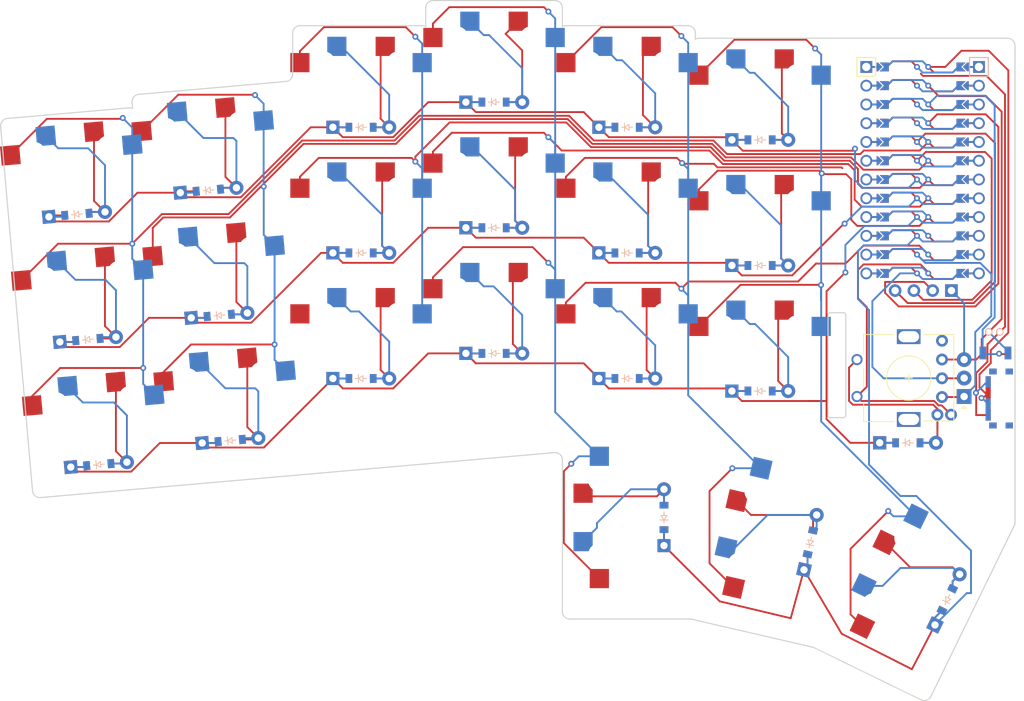
<source format=kicad_pcb>
(kicad_pcb (version 20211014) (generator pcbnew)
  (title_block (title "main") (rev "v1.0.0") (company "Unknown"))
  (layers (0 "F.Cu" signal) (31 "B.Cu" signal) (34 "B.Paste" user) (35 "F.Paste" user) (36 "B.SilkS" user "B.Silkscreen") (37 "F.SilkS" user "F.Silkscreen") (38 "B.Mask" user) (39 "F.Mask" user) (44 "Edge.Cuts" user))
  (net 0 "")
  (net 1 "outer_bottom")
  (net 2 "P21")
  (net 3 "P6")
  (net 4 "outer_home")
  (net 5 "P5")
  (net 6 "outer_top")
  (net 7 "P4")
  (net 8 "pinky_bottom")
  (net 9 "P20")
  (net 10 "pinky_home")
  (net 11 "pinky_top")
  (net 12 "ring_bottom")
  (net 13 "P19")
  (net 14 "ring_home")
  (net 15 "ring_top")
  (net 16 "middle_bottom")
  (net 17 "P18")
  (net 18 "middle_home")
  (net 19 "middle_top")
  (net 20 "index_bottom")
  (net 21 "P16")
  (net 22 "index_home")
  (net 23 "index_top")
  (net 24 "inner_bottom")
  (net 25 "P15")
  (net 26 "inner_home")
  (net 27 "inner_top")
  (net 28 "outer_thumb")
  (net 29 "P7")
  (net 30 "home_thumb")
  (net 31 "inner_thumb")
  (net 32 "RAW")
  (net 33 "GND")
  (net 34 "RST")
  (net 35 "VCC")
  (net 36 "P14")
  (net 37 "P10")
  (net 38 "P1")
  (net 39 "P0")
  (net 40 "P2")
  (net 41 "P3")
  (net 42 "P8")
  (net 43 "P9")
  (net 44 "pos")
  (net 45 "enc_diode")
  (footprint "lib:bat" (layer "F.Cu") (at 139.550646 -14.54379 -90)
    (fp_text reference "")
    (fp_text value "")
  )
  (footprint "PG1350" (layer "F.Cu") (at 107.850646 -11.54379)
    (fp_text reference "S16" hide)
    (fp_text value "" hide)
  )
  (footprint "PG1350" (layer "F.Cu") (at 53.850646 -30.24379)
    (fp_text reference "S8" hide)
    (fp_text value "" hide)
  )
  (footprint "ProMicro" (layer "F.Cu") (at 129.850646 -36.44379 -90)
    (fp_text reference "MCU1" hide)
    (fp_text value "")
  )
  (footprint "ComboDiode" (layer "F.Cu") (at 114.655221 13.933685 77)
    (fp_text reference "D20" hide)
    (fp_text value "" hide)
  )
  (footprint "PG1350" (layer "F.Cu") (at 89.850646 -47.24379)
    (fp_text reference "S15" hide)
    (fp_text value "" hide)
  )
  (footprint "PG1350" (layer "F.Cu") (at 17.931505 -1.568803 5)
    (fp_text reference "S1" hide)
    (fp_text value "" hide)
  )
  (footprint "PG1350" (layer "F.Cu") (at 53.850646 -13.24379)
    (fp_text reference "S7" hide)
    (fp_text value "" hide)
  )
  (footprint "PG1350" (layer "F.Cu") (at 107.850646 -28.54379)
    (fp_text reference "S17" hide)
    (fp_text value "" hide)
  )
  (footprint "RollerEncoder_Panasonic_EVQWGD001" (layer "F.Cu") (at 126.850646 -9.54379 180)
    (fp_text reference "REF**")
    (fp_text value "RollerEncoder_Panasonic_EVQWGD001")
    (fp_line (start 9.5 -6.6) (end 7.7 -6.6) (layer "Edge.Cuts") (width 0.15))
    (fp_line (start 7.4 -6.3) (end 7.4 7.3) (layer "Edge.Cuts") (width 0.15))
    (fp_line (start 7.7 7.6) (end 9.5 7.6) (layer "Edge.Cuts") (width 0.15))
    (fp_line (start 9.8 7.3) (end 9.8 -6.3) (layer "Edge.Cuts") (width 0.15))
    (fp_arc (start 9.8 7.3) (mid 9.712132 7.512132) (end 9.5 7.6) (layer "Edge.Cuts") (width 0.15))
    (fp_arc (start 9.5 -6.6) (mid 9.712132 -6.512132) (end 9.8 -6.3) (layer "Edge.Cuts") (width 0.15))
    (fp_arc (start 7.7 7.6) (mid 7.487868 7.512132) (end 7.4 7.3) (layer "Edge.Cuts") (width 0.15))
    (fp_arc (start 7.4 -6.3) (mid 7.487868 -6.512132) (end 7.7 -6.6) (layer "Edge.Cuts") (width 0.15))
  )
  (footprint "PG1350" (layer "F.Cu") (at 89.850646 -13.24379)
    (fp_text reference "S13" hide)
    (fp_text value "" hide)
  )
  (footprint "PG1350" (layer "F.Cu") (at 89.850646 -30.24379)
    (fp_text reference "S14" hide)
    (fp_text value "" hide)
  )
  (footprint "PG1350" (layer "F.Cu") (at 128.698469 19.4878 64)
    (fp_text reference "S21" hide)
    (fp_text value "" hide)
  )
  (footprint "PG1350" (layer "F.Cu") (at 35.714844 -4.831138 5)
    (fp_text reference "S4" hide)
    (fp_text value "" hide)
  )
  (footprint "ComboDiode" (layer "F.Cu") (at 89.850646 -25.24379)
    (fp_text reference "D14" hide)
    (fp_text value "" hide)
  )
  (footprint "ComboDiode" (layer "F.Cu") (at 53.850646 -8.24379)
    (fp_text reference "D7" hide)
    (fp_text value "" hide)
  )
  (footprint "ComboDiode" (layer "F.Cu") (at 33.187328 -33.720784 5)
    (fp_text reference "D6" hide)
    (fp_text value "" hide)
  )
  (footprint "ComboDiode" (layer "F.Cu") (at 36.150623 0.149836 5)
    (fp_text reference "D4" hide)
    (fp_text value "" hide)
  )
  (footprint "ComboDiode" (layer "F.Cu") (at 94.850646 10.55621 90)
    (fp_text reference "D19" hide)
    (fp_text value "" hide)
  )
  (footprint "Button_Switch_SMD:SW_SPST_B3U-1000P" (layer "F.Cu") (at 139.7 -11.7)
    (fp_text reference "")
    (fp_text value "")
  )
  (footprint "ComboDiode" (layer "F.Cu") (at 127.850646 0.45621)
    (fp_text reference "D22" hide)
    (fp_text value "" hide)
  )
  (footprint "PG1350" (layer "F.Cu") (at 71.850646 -33.64379)
    (fp_text reference "S11" hide)
    (fp_text value "" hide)
  )
  (footprint "PG1350" (layer "F.Cu") (at 32.751549 -38.701758 5)
    (fp_text reference "S6" hide)
    (fp_text value "" hide)
  )
  (footprint "PG1350" (layer "F.Cu") (at 107.850646 -45.54379)
    (fp_text reference "S18" hide)
    (fp_text value "" hide)
  )
  (footprint "ComboDiode" (layer "F.Cu") (at 107.850646 -6.54379)
    (fp_text reference "D16" hide)
    (fp_text value "" hide)
  )
  (footprint "ComboDiode" (layer "F.Cu") (at 89.850646 -42.24379)
    (fp_text reference "D15" hide)
    (fp_text value "" hide)
  )
  (footprint "ComboDiode" (layer "F.Cu") (at 53.850646 -42.24379)
    (fp_text reference "D9" hide)
    (fp_text value "" hide)
  )
  (footprint "PG1350" (layer "F.Cu") (at 89.850646 10.55621 90)
    (fp_text reference "S19" hide)
    (fp_text value "" hide)
  )
  (footprint "PG1350" (layer "F.Cu") (at 109.78337 12.80893 77)
    (fp_text reference "S20" hide)
    (fp_text value "" hide)
  )
  (footprint "rotary_encoder" (layer "F.Cu") (at 127.850646 -8.34379 180)
    (fp_text reference "ROT1" hide)
    (fp_text value "")
  )
  (footprint "ComboDiode" (layer "F.Cu") (at 53.850646 -25.24379)
    (fp_text reference "D8" hide)
    (fp_text value "" hide)
  )
  (footprint "ComboDiode" (layer "F.Cu") (at 133.192439 21.679655 64)
    (fp_text reference "D21" hide)
    (fp_text value "" hide)
  )
  (footprint "ComboDiode" (layer "F.Cu") (at 89.850646 -8.24379)
    (fp_text reference "D13" hide)
    (fp_text value "" hide)
  )
  (footprint "PG1350" (layer "F.Cu") (at 14.968209 -35.439423 5)
    (fp_text reference "S3" hide)
    (fp_text value "" hide)
  )
  (footprint "PG1350" (layer "F.Cu") (at 53.850646 -47.24379)
    (fp_text reference "S9" hide)
    (fp_text value "" hide)
  )
  (footprint "ComboDiode" (layer "F.Cu") (at 107.850646 -40.54379)
    (fp_text reference "D18" hide)
    (fp_text value "" hide)
  )
  (footprint "ComboDiode" (layer "F.Cu") (at 71.850646 -11.64379)
    (fp_text reference "D10" hide)
    (fp_text value "" hide)
  )
  (footprint "PG1350" (layer "F.Cu") (at 71.850646 -16.64379)
    (fp_text reference "S10" hide)
    (fp_text value "" hide)
  )
  (footprint "lib:OLED_headers" (layer "F.Cu") (at 123.950646 -18.54379 90)
    (fp_text reference "OLED1" hide)
    (fp_text value "OLED")
  )
  (footprint "ComboDiode" (layer "F.Cu") (at 107.850646 -23.54379)
    (fp_text reference "D17" hide)
    (fp_text value "" hide)
  )
  (footprint "PG1350" (layer "F.Cu") (at 16.449857 -18.504113 5)
    (fp_text reference "S2" hide)
    (fp_text value "" hide)
  )
  (footprint "ComboDiode" (layer "F.Cu") (at 16.885636 -13.52314 5)
    (fp_text reference "D2" hide)
    (fp_text value "" hide)
  )
  (footprint "PG1350" (layer "F.Cu") (at 34.233197 -21.766448 5)
    (fp_text reference "S5" hide)
    (fp_text value "" hide)
  )
  (footprint "ComboDiode" (layer "F.Cu") (at 34.668975 -16.785474 5)
    (fp_text reference "D5" hide)
    (fp_text value "" hide)
  )
  (footprint "ComboDiode" (layer "F.Cu") (at 71.850646 -28.64379)
    (fp_text reference "D11" hide)
    (fp_text value "" hide)
  )
  (footprint "ComboDiode" (layer "F.Cu") (at 15.403988 -30.45845 5)
    (fp_text reference "D3" hide)
    (fp_text value "" hide)
  )
  (footprint "PG1350" (layer "F.Cu") (at 71.850646 -50.64379)
    (fp_text reference "S12" hide)
    (fp_text value "" hide)
  )
  (footprint "Button_Switch_SMD:SW_SPDT_PCM12" (layer "F.Cu") (at 140.150646 -5.54379 90)
    (fp_text reference "")
    (fp_text value "")
  )
  (footprint "ComboDiode" (layer "F.Cu") (at 71.850646 -45.64379)
    (fp_text reference "D12" hide)
    (fp_text value "" hide)
  )
  (footprint "ComboDiode" (layer "F.Cu") (at 18.367283 3.41217 5)
    (fp_text reference "D1" hide)
    (fp_text value "" hide)
  )
  (gr_line (start 7.910552 -9.976968) (end 9.392161 6.957896) (layer "Edge.Cuts") (width 0.15))
  (gr_line (start 81.100646 -55.859815) (end 81.100646 -58.39379) (layer "Edge.Cuts") (width 0.15))
  (gr_line (start 62.600646 -58.39379) (end 62.600646 -55.859815) (layer "Edge.Cuts") (width 0.15))
  (gr_arc (start 44.600646 -54.99379) (mid 44.893539 -55.700897) (end 45.600646 -55.99379) (layer "Edge.Cuts") (width 0.15))
  (gr_arc (start 82.100646 24.30621) (mid 81.393539 24.013317) (end 81.100646 23.30621) (layer "Edge.Cuts") (width 0.15))
  (gr_arc (start 22.861292 -45.616076) (mid 23.091442 -46.346019) (end 23.77033 -46.699426) (layer "Edge.Cuts") (width 0.15))
  (gr_line (start 80.100646 -59.39379) (end 63.600646 -59.39379) (layer "Edge.Cuts") (width 0.15))
  (gr_arc (start 62.600646 -58.39379) (mid 62.893539 -59.100897) (end 63.600646 -59.39379) (layer "Edge.Cuts") (width 0.15))
  (gr_line (start 62.100646 -55.99379) (end 45.600646 -55.99379) (layer "Edge.Cuts") (width 0.15))
  (gr_arc (start 6.559599 -25.418431) (mid 6.55958 -25.418654) (end 6.55956 -25.418877) (layer "Edge.Cuts") (width 0.15))
  (gr_line (start 81.100646 23.30621) (end 81.100646 2.779345) (layer "Edge.Cuts") (width 0.15))
  (gr_arc (start 7.910552 -9.976969) (mid 7.910532 -9.977191) (end 7.910513 -9.977414) (layer "Edge.Cuts") (width 0.15))
  (gr_arc (start 81.100646 -55.859815) (mid 81.341827 -55.959715) (end 81.600646 -55.99379) (layer "Edge.Cuts") (width 0.15))
  (gr_arc (start 80.01349 1.78315) (mid 80.776236 2.042067) (end 81.100646 2.779345) (layer "Edge.Cuts") (width 0.15))
  (gr_line (start 115.180574 28.192958) (end 129.63652 35.243594) (layer "Edge.Cuts") (width 0.15))
  (gr_arc (start 98.34522 24.30621) (mid 98.458423 24.312638) (end 98.570171 24.33184) (layer "Edge.Cuts") (width 0.15))
  (gr_arc (start 80.100646 -59.39379) (mid 80.807753 -59.100897) (end 81.100646 -58.39379) (layer "Edge.Cuts") (width 0.15))
  (gr_arc (start 99.100646 -54.159815) (mid 99.341827 -54.259715) (end 99.600646 -54.29379) (layer "Edge.Cuts") (width 0.15))
  (gr_line (start 82.100646 24.30621) (end 98.34522 24.30621) (layer "Edge.Cuts") (width 0.15))
  (gr_line (start 98.570171 24.33184) (end 114.967154 28.117382) (layer "Edge.Cuts") (width 0.15))
  (gr_arc (start 22.424203 -44.875162) (mid 22.685007 -44.863775) (end 22.933977 -44.785275) (layer "Edge.Cuts") (width 0.15))
  (gr_line (start 7.910513 -9.977414) (end 6.559599 -25.418432) (layer "Edge.Cuts") (width 0.15))
  (gr_arc (start 141.350646 -54.29379) (mid 142.057753 -54.000897) (end 142.350646 -53.29379) (layer "Edge.Cuts") (width 0.15))
  (gr_arc (start 142.350646 11.25621) (mid 142.303089 11.560926) (end 142.164942 11.83666) (layer "Edge.Cuts") (width 0.15))
  (gr_arc (start 142.164941 11.83666) (mid 142.158647 11.85034) (end 142.152149 11.863923) (layer "Edge.Cuts") (width 0.15))
  (gr_line (start 44.600646 -54.99379) (end 44.600646 -49.438174) (layer "Edge.Cuts") (width 0.15))
  (gr_arc (start 130.973685 34.783171) (mid 130.400459 35.290318) (end 129.63652 35.243594) (layer "Edge.Cuts") (width 0.15))
  (gr_arc (start 98.100646 -55.99379) (mid 98.807753 -55.700897) (end 99.100646 -54.99379) (layer "Edge.Cuts") (width 0.15))
  (gr_arc (start 114.967154 28.117382) (mid 115.07601 28.149111) (end 115.180574 28.192958) (layer "Edge.Cuts") (width 0.15))
  (gr_line (start 10.475511 7.866935) (end 80.01349 1.78315) (layer "Edge.Cuts") (width 0.15))
  (gr_arc (start 44.600646 -49.438173) (mid 44.337923 -48.762583) (end 43.687801 -48.441979) (layer "Edge.Cuts") (width 0.15))
  (gr_line (start 99.100646 -54.159815) (end 99.100646 -54.99379) (layer "Edge.Cuts") (width 0.15))
  (gr_line (start 22.861291 -45.616076) (end 22.933977 -44.785275) (layer "Edge.Cuts") (width 0.15))
  (gr_arc (start 5.077951 -42.353741) (mid 5.308101 -43.083685) (end 5.98699 -43.437092) (layer "Edge.Cuts") (width 0.15))
  (gr_line (start 98.100646 -55.99379) (end 81.600646 -55.99379) (layer "Edge.Cuts") (width 0.15))
  (gr_line (start 6.55956 -25.418877) (end 6.428904 -26.912278) (layer "Edge.Cuts") (width 0.15))
  (gr_arc (start 10.475511 7.866934) (mid 9.745568 7.636784) (end 9.392161 6.957896) (layer "Edge.Cuts") (width 0.15))
  (gr_arc (start 6.428904 -26.912279) (mid 6.428884 -26.912501) (end 6.428865 -26.912724) (layer "Edge.Cuts") (width 0.15))
  (gr_line (start 130.973685 34.783171) (end 142.152149 11.863923) (layer "Edge.Cuts") (width 0.15))
  (gr_line (start 23.77033 -46.699426) (end 43.687801 -48.441979) (layer "Edge.Cuts") (width 0.15))
  (gr_line (start 99.600646 -54.29379) (end 141.350646 -54.29379) (layer "Edge.Cuts") (width 0.15))
  (gr_line (start 22.424203 -44.875162) (end 5.98699 -43.437092) (layer "Edge.Cuts") (width 0.15))
  (gr_arc (start 62.100646 -55.99379) (mid 62.359465 -55.959716) (end 62.600646 -55.859815) (layer "Edge.Cuts") (width 0.15))
  (gr_line (start 142.350646 11.25621) (end 142.350646 -53.29379) (layer "Edge.Cuts") (width 0.15))
  (gr_line (start 5.077951 -42.353741) (end 6.428865 -26.912724) (layer "Edge.Cuts") (width 0.15))
  (segment (start 21.974529 3.268363) (end 22.162785 3.080107) (width 0.25) (layer "F.Cu") (net 1))
  (segment (start 20.011004 3.268363) (end 21.974529 3.268363) (width 0.25) (layer "F.Cu") (net 1))
  (segment (start 20.675466 1.592788) (end 20.675466 -7.781597) (width 0.25) (layer "F.Cu") (net 1))
  (segment (start 22.162785 3.080107) (end 20.675466 1.592788) (width 0.25) (layer "F.Cu") (net 1))
  (segment (start 22.162785 -3.247523) (end 20.410308 -5) (width 0.25) (layer "B.Cu") (net 1))
  (segment (start 21.974529 3.268363) (end 22.162785 3.080107) (width 0.25) (layer "B.Cu") (net 1))
  (segment (start 22.162785 3.080107) (end 22.162785 -3.247523) (width 0.25) (layer "B.Cu") (net 1))
  (segment (start 20.410308 -5) (end 16.2 -5) (width 0.25) (layer "B.Cu") (net 1))
  (segment (start 14.150391 -7.049609) (end 14.150391 -7.210726) (width 0.25) (layer "B.Cu") (net 1))
  (segment (start 20.011004 3.268363) (end 21.974529 3.268363) (width 0.25) (layer "B.Cu") (net 1))
  (segment (start 16.2 -5) (end 14.150391 -7.049609) (width 0.25) (layer "B.Cu") (net 1))
  (segment (start 129.458856 -39.1) (end 121.9 -39.1) (width 0.25) (layer "F.Cu") (net 2))
  (segment (start 9.36116 -4.583319) (end 9.36116 -5.888285) (width 0.25) (layer "F.Cu") (net 2))
  (segment (start 7.879512 -21.518629) (end 12.845769 -26.484886) (width 0.25) (layer "F.Cu") (net 2))
  (segment (start 85.35 -40.45) (end 82 -43.8) (width 0.25) (layer "F.Cu") (net 2))
  (segment (start 121.418791 -38.618791) (end 103.381209 -38.618791) (width 0.25) (layer "F.Cu") (net 2))
  (segment (start 12.845769 -26.484886) (end 22.884886 -26.484886) (width 0.25) (layer "F.Cu") (net 2))
  (segment (start 103.381209 -38.618791) (end 101.55 -40.45) (width 0.25) (layer "F.Cu") (net 2))
  (segment (start 130.612646 -40.25379) (end 129.458856 -39.1) (width 0.25) (layer "F.Cu") (net 2))
  (segment (start 61.736396 -43.8) (end 58.386396 -40.45) (width 0.25) (layer "F.Cu") (net 2))
  (segment (start 11.329498 -43.385573) (end 21.485573 -43.385573) (width 0.25) (layer "F.Cu") (net 2))
  (segment (start 35.929622 -30.493226) (end 26.893226 -30.493226) (width 0.25) (layer "F.Cu") (net 2))
  (segment (start 9.36116 -5.888285) (end 13.139409 -9.666534) (width 0.25) (layer "F.Cu") (net 2))
  (segment (start 6.397864 -38.453939) (end 11.329498 -43.385573) (width 0.25) (layer "F.Cu") (net 2))
  (segment (start 101.55 -40.45) (end 85.35 -40.45) (width 0.25) (layer "F.Cu") (net 2))
  (segment (start 21.485573 -43.385573) (end 21.6 -43.5) (width 0.25) (layer "F.Cu") (net 2))
  (segment (start 13.139409 -9.666534) (end 24.366534 -9.666534) (width 0.25) (layer "F.Cu") (net 2))
  (segment (start 82 -43.8) (end 61.736396 -43.8) (width 0.25) (layer "F.Cu") (net 2))
  (segment (start 58.386396 -40.45) (end 45.886396 -40.45) (width 0.25) (layer "F.Cu") (net 2))
  (segment (start 45.886396 -40.45) (end 35.929622 -30.493226) (width 0.25) (layer "F.Cu") (net 2))
  (segment (start 121.9 -39.1) (end 121.418791 -38.618791) (width 0.25) (layer "F.Cu") (net 2))
  (segment (start 26.893226 -30.493226) (end 22.884886 -26.484886) (width 0.25) (layer "F.Cu") (net 2))
  (via (at 24.366534 -9.666534) (size 0.8) (drill 0.4) (layers "F.Cu" "B.Cu") (net 2))
  (via (at 22.884886 -26.484886) (size 0.8) (drill 0.4) (layers "F.Cu" "B.Cu") (net 2))
  (via (at 21.6 -43.5) (size 0.8) (drill 0.4) (layers "F.Cu" "B.Cu") (net 2))
  (segment (start 22.884886 -39.896367) (end 22.884886 -42.215114) (width 0.25) (layer "B.Cu") (net 2))
  (segment (start 24.366534 -22.961057) (end 24.366534 -9.666534) (width 0.25) (layer "B.Cu") (net 2))
  (segment (start 22.884886 -39.896367) (end 22.884886 -26.484886) (width 0.25) (layer "B.Cu") (net 2))
  (segment (start 22.884886 -26.484886) (end 22.884886 -24.442705) (width 0.25) (layer "B.Cu") (net 2))
  (segment (start 24.366534 -7.507395) (end 25.848182 -6.025747) (width 0.25) (layer "B.Cu") (net 2))
  (segment (start 22.884886 -42.215114) (end 21.6 -43.5) (width 0.25) (layer "B.Cu") (net 2))
  (segment (start 24.366534 -9.666534) (end 24.366534 -7.507395) (width 0.25) (layer "B.Cu") (net 2))
  (segment (start 22.884886 -24.442705) (end 24.366534 -22.961057) (width 0.25) (layer "B.Cu") (net 2))
  (segment (start 51.384436 -6.9) (end 50.040646 -8.24379) (width 0.25) (layer "F.Cu") (net 3))
  (segment (start 114.5 -5.2) (end 116.849822 -5.2) (width 0.25) (layer "F.Cu") (net 3))
  (segment (start 58.2 -6.9) (end 51.384436 -6.9) (width 0.25) (layer "F.Cu") (net 3))
  (segment (start 87.384436 -6.9) (end 86.040646 -8.24379) (width 0.25) (layer "F.Cu") (net 3))
  (segment (start 116.850646 -2.74379) (end 116.850646 -5.2) (width 0.25) (layer "F.Cu") (net 3))
  (segment (start 62.94379 -11.64379) (end 58.2 -6.9) (width 0.25) (layer "F.Cu") (net 3))
  (segment (start 120.05621 0.45621) (end 116.85621 -2.74379) (width 0.25) (layer "F.Cu") (net 3))
  (segment (start 16.535306 3.744233) (end 16.723562 3.555977) (width 0.25) (layer "F.Cu") (net 3))
  (segment (start 116.85621 -2.74379) (end 116.850646 -2.74379) (width 0.25) (layer "F.Cu") (net 3))
  (segment (start 50.040646 -8.24379) (end 52.200646 -8.24379) (width 0.25) (layer "F.Cu") (net 3))
  (segment (start 114.5 -5.2) (end 105.384436 -5.2) (width 0.25) (layer "F.Cu") (net 3))
  (segment (start 32.968495 1.095273) (end 32.355121 0.481899) (width 0.25) (layer "F.Cu") (net 3))
  (segment (start 50.040646 -8.24379) (end 40.701583 1.095273) (width 0.25) (layer "F.Cu") (net 3))
  (segment (start 32.355121 0.481899) (end 34.318646 0.481899) (width 0.25) (layer "F.Cu") (net 3))
  (segment (start 124.040646 0.45621) (end 120.05621 0.45621) (width 0.25) (layer "F.Cu") (net 3))
  (segment (start 116.850646 -5.2) (end 114.5 -5.2) (width 0.25) (layer "F.Cu") (net 3))
  (segment (start 32.355121 0.481899) (end 26.618101 0.481899) (width 0.25) (layer "F.Cu") (net 3))
  (segment (start 26.618101 0.481899) (end 22.742393 4.357607) (width 0.25) (layer "F.Cu") (net 3))
  (segment (start 116.849822 -20.049822) (end 119.4 -22.6) (width 0.25) (layer "F.Cu") (net 3))
  (segment (start 40.701583 1.095273) (end 32.968495 1.095273) (width 0.25) (layer "F.Cu") (net 3))
  (segment (start 22.742393 4.357607) (end 15.185155 4.357607) (width 0.25) (layer "F.Cu") (net 3))
  (segment (start 83.984436 -10.3) (end 69.384436 -10.3) (width 0.25) (layer "F.Cu") (net 3))
  (segment (start 15.185155 4.357607) (end 14.571781 3.744233) (width 0.25) (layer "F.Cu") (net 3))
  (segment (start 103.684436 -6.9) (end 87.384436 -6.9) (width 0.25) (layer "F.Cu") (net 3))
  (segment (start 104.040646 -6.54379) (end 103.684436 -6.9) (width 0.25) (layer "F.Cu") (net 3))
  (segment (start 124.040646 0.45621) (end 126.200646 0.45621) (width 0.25) (layer "F.Cu") (net 3))
  (segment (start 14.571781 3.744233) (end 16.535306 3.744233) (width 0.25) (layer "F.Cu") (net 3))
  (segment (start 86.040646 -8.24379) (end 88.200646 -8.24379) (width 0.25) (layer "F.Cu") (net 3))
  (segment (start 68.040646 -11.64379) (end 70.200646 -11.64379) (width 0.25) (layer "F.Cu") (net 3))
  (segment (start 116.849822 -5.2) (end 116.849822 -20.049822) (width 0.25) (layer "F.Cu") (net 3))
  (segment (start 34.318646 0.481899) (end 34.506902 0.293643) (width 0.25) (layer "F.Cu") (net 3))
  (segment (start 104.040646 -6.54379) (end 106.200646 -6.54379) (width 0.25) (layer "F.Cu") (net 3))
  (segment (start 69.384436 -10.3) (end 68.040646 -11.64379) (width 0.25) (layer "F.Cu") (net 3))
  (segment (start 86.040646 -8.24379) (end 83.984436 -10.3) (width 0.25) (layer "F.Cu") (net 3))
  (segment (start 105.384436 -5.2) (end 104.040646 -6.54379) (width 0.25) (layer "F.Cu") (net 3))
  (segment (start 68.040646 -11.64379) (end 62.94379 -11.64379) (width 0.25) (layer "F.Cu") (net 3))
  (via (at 119.4 -22.6) (size 0.8) (drill 0.4) (layers "F.Cu" "B.Cu") (net 3))
  (segment (start 126.200646 0.45621) (end 124.040646 0.45621) (width 0.25) (layer "B.Cu") (net 3))
  (segment (start 34.318646 0.481899) (end 34.506902 0.293643) (width 0.25) (layer "B.Cu") (net 3))
  (segment (start 127.894856 -28.9) (end 129.088646 -30.09379) (width 0.25) (layer "B.Cu") (net 3))
  (segment (start 32.355121 0.481899) (end 34.318646 0.481899) (width 0.25) (layer "B.Cu") (net 3))
  (segment (start 70.200646 -11.64379) (end 68.040646 -11.64379) (width 0.25) (layer "B.Cu") (net 3))
  (segment (start 14.571781 3.744233) (end 16.535306 3.744233) (width 0.25) (layer "B.Cu") (net 3))
  (segment (start 106.200646 -6.54379) (end 104.040646 -6.54379) (width 0.25) (layer "B.Cu") (net 3))
  (segment (start 86.040646 -8.24379) (end 88.200646 -8.24379) (width 0.25) (layer "B.Cu") (net 3))
  (segment (start 119.4 -26.314135) (end 121.985865 -28.9) (width 0.25) (layer "B.Cu") (net 3))
  (segment (start 119.4 -22.6) (end 119.4 -26.314135) (width 0.25) (layer "B.Cu") (net 3))
  (segment (start 16.535306 3.744233) (end 16.723562 3.555977) (width 0.25) (layer "B.Cu") (net 3))
  (segment (start 52.200646 -8.24379) (end 50.040646 -8.24379) (width 0.25) (layer "B.Cu") (net 3))
  (segment (start 121.985865 -28.9) (end 127.894856 -28.9) (width 0.25) (layer "B.Cu") (net 3))
  (segment (start 20.492882 -13.666947) (end 20.681138 -13.855203) (width 0.25) (layer "F.Cu") (net 4))
  (segment (start 19.193818 -15.342523) (end 19.193818 -24.716907) (width 0.25) (layer "F.Cu") (net 4))
  (segment (start 18.529357 -13.666947) (end 20.492882 -13.666947) (width 0.25) (layer "F.Cu") (net 4))
  (segment (start 20.681138 -13.855203) (end 19.193818 -15.342523) (width 0.25) (layer "F.Cu") (net 4))
  (segment (start 19.26397 -21.6) (end 15.2 -21.6) (width 0.25) (layer "B.Cu") (net 4))
  (segment (start 20.681138 -20.182832) (end 19.26397 -21.6) (width 0.25) (layer "B.Cu") (net 4))
  (segment (start 12.668743 -24.131257) (end 12.668743 -24.146036) (width 0.25) (layer "B.Cu") (net 4))
  (segment (start 18.717613 -13.855203) (end 18.529357 -13.666947) (width 0.25) (layer "B.Cu") (net 4))
  (segment (start 20.681138 -13.855203) (end 20.681138 -20.182832) (width 0.25) (layer "B.Cu") (net 4))
  (segment (start 15.2 -21.6) (end 12.668743 -24.131257) (width 0.25) (layer "B.Cu") (net 4))
  (segment (start 20.681138 -13.855203) (end 18.717613 -13.855203) (width 0.25) (layer "B.Cu") (net 4))
  (segment (start 50.040646 -25.24379) (end 52.200646 -25.24379) (width 0.25) (layer "F.Cu") (net 5))
  (segment (start 105.384436 -22.2) (end 104.040646 -23.54379) (width 0.25) (layer "F.Cu") (net 5))
  (segment (start 15.053659 -13.191077) (end 15.241915 -13.379333) (width 0.25) (layer "F.Cu") (net 5))
  (segment (start 30.873473 -16.453411) (end 32.836998 -16.453411) (width 0.25) (layer "F.Cu") (net 5))
  (segment (start 119.3 -29.2) (end 119.2 -29.2) (width 0.25) (layer "F.Cu") (net 5))
  (segment (start 39 -15.8) (end 31.526884 -15.8) (width 0.25) (layer "F.Cu") (net 5))
  (segment (start 68.040646 -28.64379) (end 62.94379 -28.64379) (width 0.25) (layer "F.Cu") (net 5))
  (segment (start 30.873473 -16.453411) (end 25.153411 -16.453411) (width 0.25) (layer "F.Cu") (net 5))
  (segment (start 32.836998 -16.453411) (end 33.025254 -16.641667) (width 0.25) (layer "F.Cu") (net 5))
  (segment (start 13.090134 -13.191077) (end 15.053659 -13.191077) (width 0.25) (layer "F.Cu") (net 5))
  (segment (start 104.040646 -23.54379) (end 106.200646 -23.54379) (width 0.25) (layer "F.Cu") (net 5))
  (segment (start 13.781211 -12.5) (end 13.090134 -13.191077) (width 0.25) (layer "F.Cu") (net 5))
  (segment (start 25.153411 -16.453411) (end 21.2 -12.5) (width 0.25) (layer "F.Cu") (net 5))
  (segment (start 69.384436 -27.3) (end 68.040646 -28.64379) (width 0.25) (layer "F.Cu") (net 5))
  (segment (start 68.040646 -28.64379) (end 70.200646 -28.64379) (width 0.25) (layer "F.Cu") (net 5))
  (segment (start 112.2 -22.2) (end 105.384436 -22.2) (width 0.25) (layer "F.Cu") (net 5))
  (segment (start 86.040646 -25.24379) (end 83.984436 -27.3) (width 0.25) (layer "F.Cu") (net 5))
  (segment (start 51.384436 -23.9) (end 50.040646 -25.24379) (width 0.25) (layer "F.Cu") (net 5))
  (segment (start 48.44379 -25.24379) (end 39 -15.8) (width 0.25) (layer "F.Cu") (net 5))
  (segment (start 104.040646 -23.54379) (end 103.684436 -23.9) (width 0.25) (layer "F.Cu") (net 5))
  (segment (start 119.2 -29.2) (end 112.2 -22.2) (width 0.25) (layer "F.Cu") (net 5))
  (segment (start 58.2 -23.9) (end 51.384436 -23.9) (width 0.25) (layer "F.Cu") (net 5))
  (segment (start 86.040646 -25.24379) (end 88.200646 -25.24379) (width 0.25) (layer "F.Cu") (net 5))
  (segment (start 21.2 -12.5) (end 13.781211 -12.5) (width 0.25) (layer "F.Cu") (net 5))
  (segment (start 83.984436 -27.3) (end 69.384436 -27.3) (width 0.25) (layer "F.Cu") (net 5))
  (segment (start 62.94379 -28.64379) (end 58.2 -23.9) (width 0.25) (layer "F.Cu") (net 5))
  (segment (start 50.040646 -25.24379) (end 48.44379 -25.24379) (width 0.25) (layer "F.Cu") (net 5))
  (segment (start 103.684436 -23.9) (end 87.384436 -23.9) (width 0.25) (layer "F.Cu") (net 5))
  (segment (start 87.384436 -23.9) (end 86.040646 -25.24379) (width 0.25) (layer "F.Cu") (net 5))
  (segment (start 31.526884 -15.8) (end 30.873473 -16.453411) (width 0.25) (layer "F.Cu") (net 5))
  (via (at 119.3 -29.2) (size 0.8) (drill 0.4) (layers "F.Cu" "B.Cu") (net 5))
  (segment (start 104.040646 -23.54379) (end 106.200646 -23.54379) (width 0.25) (layer "B.Cu") (net 5))
  (segment (start 121.6 -31.5) (end 127.954856 -31.5) (width 0.25) (layer "B.Cu") (net 5))
  (segment (start 127.954856 -31.5) (end 129.088646 -32.63379) (width 0.25) (layer "B.Cu") (net 5))
  (segment (start 119.3 -29.2) (end 121.6 -31.5) (width 0.25) (layer "B.Cu") (net 5))
  (segment (start 13.090134 -13.191077) (end 15.053659 -13.191077) (width 0.25) (layer "B.Cu") (net 5))
  (segment (start 68.040646 -28.64379) (end 70.200646 -28.64379) (width 0.25) (layer "B.Cu") (net 5))
  (segment (start 15.053659 -13.191077) (end 15.241915 -13.379333) (width 0.25) (layer "B.Cu") (net 5))
  (segment (start 30.873473 -16.453411) (end 32.836998 -16.453411) (width 0.25) (layer "B.Cu") (net 5))
  (segment (start 50.040646 -25.24379) (end 52.200646 -25.24379) (width 0.25) (layer "B.Cu") (net 5))
  (segment (start 86.040646 -25.24379) (end 88.200646 -25.24379) (width 0.25) (layer "B.Cu") (net 5))
  (segment (start 32.836998 -16.453411) (end 33.025254 -16.641667) (width 0.25) (layer "B.Cu") (net 5))
  (segment (start 19.19949 -30.790513) (end 17.71217 -32.277833) (width 0.25) (layer "F.Cu") (net 6))
  (segment (start 17.235965 -30.790513) (end 17.047709 -30.602257) (width 0.25) (layer "F.Cu") (net 6))
  (segment (start 19.19949 -30.790513) (end 17.235965 -30.790513) (width 0.25) (layer "F.Cu") (net 6))
  (segment (start 17.71217 -32.277833) (end 17.71217 -41.652217) (width 0.25) (layer "F.Cu") (net 6))
  (segment (start 19.19949 -37.118142) (end 16.917632 -39.4) (width 0.25) (layer "B.Cu") (net 6))
  (segment (start 16.917632 -39.4) (end 12.868441 -39.4) (width 0.25) (layer "B.Cu") (net 6))
  (segment (start 17.235965 -30.790513) (end 17.047709 -30.602257) (width 0.25) (layer "B.Cu") (net 6))
  (segment (start 12.868441 -39.4) (end 11.187095 -41.081346) (width 0.25) (layer "B.Cu") (net 6))
  (segment (start 19.19949 -30.790513) (end 17.235965 -30.790513) (width 0.25) (layer "B.Cu") (net 6))
  (segment (start 19.19949 -30.790513) (end 19.19949 -37.118142) (width 0.25) (layer "B.Cu") (net 6))
  (segment (start 37.575347 -32.775347) (end 30.0052 -32.775347) (width 0.25) (layer "F.Cu") (net 7))
  (segment (start 30.0052 -32.775347) (end 29.391826 -33.388721) (width 0.25) (layer "F.Cu") (net 7))
  (segment (start 58.2 -40.9) (end 51.384436 -40.9) (width 0.25) (layer "F.Cu") (net 7))
  (segment (start 120.7 -39.343291) (end 120.4255 -39.068791) (width 0.25) (layer "F.Cu") (net 7))
  (segment (start 68.040646 -45.64379) (end 62.94379 -45.64379) (width 0.25) (layer "F.Cu") (net 7))
  (segment (start 20.47699 -30.261355) (end 19.715635 -29.5) (width 0.25) (layer "F.Cu") (net 7))
  (segment (start 106.200646 -40.54379) (end 104.040646 -40.54379) (width 0.25) (layer "F.Cu") (net 7))
  (segment (start 29.580082 -33.576977) (end 29.391826 -33.388721) (width 0.25) (layer "F.Cu") (net 7))
  (segment (start 69.384436 -44.3) (end 68.040646 -45.64379) (width 0.25) (layer "F.Cu") (net 7))
  (segment (start 20.47699 -30.27699) (end 20.47699 -30.261355) (width 0.25) (layer "F.Cu") (net 7))
  (segment (start 23.588721 -33.388721) (end 20.47699 -30.27699) (width 0.25) (layer "F.Cu") (net 7))
  (segment (start 88.200646 -42.24379) (end 86.040646 -42.24379) (width 0.25) (layer "F.Cu") (net 7))
  (segment (start 105.515645 -39.068791) (end 104.040646 -40.54379) (width 0.25) (layer "F.Cu") (net 7))
  (segment (start 50.040646 -42.24379) (end 47.04379 -42.24379) (width 0.25) (layer "F.Cu") (net 7))
  (segment (start 29.391826 -33.388721) (end 23.588721 -33.388721) (width 0.25) (layer "F.Cu") (net 7))
  (segment (start 52.200646 -42.24379) (end 50.040646 -42.24379) (width 0.25) (layer "F.Cu") (net 7))
  (segment (start 86.040646 -42.24379) (end 83.984436 -44.3) (width 0.25) (layer "F.Cu") (net 7))
  (segment (start 70.200646 -45.64379) (end 68.040646 -45.64379) (width 0.25) (layer "F.Cu") (net 7))
  (segment (start 87.384436 -40.9) (end 86.040646 -42.24379) (width 0.25) (layer "F.Cu") (net 7))
  (segment (start 31.543607 -33.576977) (end 29.580082 -33.576977) (width 0.25) (layer "F.Cu") (net 7))
  (segment (start 47.04379 -42.24379) (end 37.575347 -32.775347) (width 0.25) (layer "F.Cu") (net 7))
  (segment (start 103.684436 -40.9) (end 87.384436 -40.9) (width 0.25) (layer "F.Cu") (net 7))
  (segment (start 13.760267 -30.314643) (end 11.796742 -30.314643) (width 0.25) (layer "F.Cu") (net 7))
  (segment (start 11.796742 -30.314643) (end 11.608486 -30.126387) (width 0.25) (layer "F.Cu") (net 7))
  (segment (start 83.984436 -44.3) (end 69.384436 -44.3) (width 0.25) (layer "F.Cu") (net 7))
  (segment (start 120.4255 -39.068791) (end 105.515645 -39.068791) (width 0.25) (layer "F.Cu") (net 7))
  (segment (start 104.040646 -40.54379) (end 103.684436 -40.9) (width 0.25) (layer "F.Cu") (net 7))
  (segment (start 62.94379 -45.64379) (end 58.2 -40.9) (width 0.25) (layer "F.Cu") (net 7))
  (segment (start 51.384436 -40.9) (end 50.040646 -42.24379) (width 0.25) (layer "F.Cu") (net 7))
  (segment (start 12.234873 -29.5) (end 11.608486 -30.126387) (width 0.25) (layer "F.Cu") (net 7))
  (segment (start 19.715635 -29.5) (end 12.234873 -29.5) (width 0.25) (layer "F.Cu") (net 7))
  (via (at 120.7 -39.343291) (size 0.8) (drill 0.4) (layers "F.Cu" "B.Cu") (net 7))
  (segment (start 86.040646 -42.24379) (end 88.200646 -42.24379) (width 0.25) (layer "B.Cu") (net 7))
  (segment (start 31.355351 -33.388721) (end 31.543607 -33.576977) (width 0.25) (layer "B.Cu") (net 7))
  (segment (start 68.040646 -45.64379) (end 70.200646 -45.64379) (width 0.25) (layer "B.Cu") (net 7))
  (segment (start 29.391826 -33.388721) (end 31.355351 -33.388721) (width 0.25) (layer "B.Cu") (net 7))
  (segment (start 127.963646 -34.04879) (end 129.088646 -35.17379) (width 0.25) (layer "B.Cu") (net 7))
  (segment (start 120.7 -39.343291) (end 120.7 -35.1) (width 0.25) (layer "B.Cu") (net 7))
  (segment (start 120.7 -35.1) (end 121.75121 -34.04879) (width 0.25) (layer "B.Cu") (net 7))
  (segment (start 50.040646 -42.24379) (end 52.200646 -42.24379) (width 0.25) (layer "B.Cu") (net 7))
  (segment (start 121.75121 -34.04879) (end 127.963646 -34.04879) (width 0.25) (layer "B.Cu") (net 7))
  (segment (start 13.572011 -30.126387) (end 13.760267 -30.314643) (width 0.25) (layer "B.Cu") (net 7))
  (segment (start 11.608486 -30.126387) (end 13.572011 -30.126387) (width 0.25) (layer "B.Cu") (net 7))
  (segment (start 104.040646 -40.54379) (end 106.200646 -40.54379) (width 0.25) (layer "B.Cu") (net 7))
  (segment (start 39.757869 0.006029) (end 39.946125 -0.182227) (width 0.25) (layer "F.Cu") (net 8))
  (segment (start 38.458805 -1.669547) (end 38.458805 -11.043932) (width 0.25) (layer "F.Cu") (net 8))
  (segment (start 39.946125 -0.182227) (end 38.458805 -1.669547) (width 0.25) (layer "F.Cu") (net 8))
  (segment (start 37.794344 0.006029) (end 39.757869 0.006029) (width 0.25) (layer "F.Cu") (net 8))
  (segment (start 39.946125 -6.509857) (end 39.535343 -6.920639) (width 0.25) (layer "B.Cu") (net 8))
  (segment (start 39.946125 -0.182227) (end 39.946125 -6.509857) (width 0.25) (layer "B.Cu") (net 8))
  (segment (start 37.9826 -0.182227) (end 37.794344 0.006029) (width 0.25) (layer "B.Cu") (net 8))
  (segment (start 39.946125 -0.182227) (end 37.9826 -0.182227) (width 0.25) (layer "B.Cu") (net 8))
  (segment (start 39.535343 -6.920639) (end 35.486152 -6.920639) (width 0.25) (layer "B.Cu") (net 8))
  (segment (start 35.486152 -6.920639) (end 31.93373 -10.473061) (width 0.25) (layer "B.Cu") (net 8))
  (segment (start 40.668226 -34.595434) (end 46.072792 -40) (width 0.25) (layer "F.Cu") (net 9))
  (segment (start 46.072792 -40) (end 58.572792 -40) (width 0.25) (layer "F.Cu") (net 9))
  (segment (start 30.843753 -12.849874) (end 42.149874 -12.849874) (width 0.25) (layer "F.Cu") (net 9))
  (segment (start 58.572792 -40) (end 61.922792 -43.35) (width 0.25) (layer "F.Cu") (net 9))
  (segment (start 40.292295 -34.219503) (end 36.116018 -30.043226) (width 0.25) (layer "F.Cu") (net 9))
  (segment (start 129.398856 -36.5) (end 130.612646 -37.71379) (width 0.25) (layer "F.Cu") (net 9))
  (segment (start 24.181204 -41.716274) (end 29.112838 -46.647908) (width 0.25) (layer "F.Cu") (net 9))
  (segment (start 85.163604 -40) (end 101.363604 -40) (width 0.25) (layer "F.Cu") (net 9))
  (segment (start 120.167605 -38.168791) (end 121.836396 -36.5) (width 0.25) (layer "F.Cu") (net 9))
  (segment (start 40.680497 -34.219503) (end 40.292295 -34.219503) (width 0.25) (layer "F.Cu") (net 9))
  (segment (start 25.662852 -28.626456) (end 25.662852 -24.780964) (width 0.25) (layer "F.Cu") (net 9))
  (segment (start 27.144499 -7.845654) (end 27.144499 -9.15062) (width 0.25) (layer "F.Cu") (net 9))
  (segment (start 81.813604 -43.35) (end 85.163604 -40) (width 0.25) (layer "F.Cu") (net 9))
  (segment (start 39.452092 -46.647908) (end 39.5 -46.6) (width 0.25) (layer "F.Cu") (net 9))
  (segment (start 40.680497 -34.219503) (end 40.668226 -34.231774) (width 0.25) (layer "F.Cu") (net 9))
  (segment (start 103.194813 -38.168791) (end 120.167605 -38.168791) (width 0.25) (layer "F.Cu") (net 9))
  (segment (start 36.116018 -30.043226) (end 27.079622 -30.043226) (width 0.25) (layer "F.Cu") (net 9))
  (segment (start 40.668226 -34.231774) (end 40.668226 -34.595434) (width 0.25) (layer "F.Cu") (net 9))
  (segment (start 121.836396 -36.5) (end 129.398856 -36.5) (width 0.25) (layer "F.Cu") (net 9))
  (segment (start 27.079622 -30.043226) (end 25.662852 -28.626456) (width 0.25) (layer "F.Cu") (net 9))
  (segment (start 101.363604 -40) (end 103.194813 -38.168791) (width 0.25) (layer "F.Cu") (net 9))
  (segment (start 29.112838 -46.647908) (end 39.452092 -46.647908) (width 0.25) (layer "F.Cu") (net 9))
  (segment (start 61.922792 -43.35) (end 81.813604 -43.35) (width 0.25) (layer "F.Cu") (net 9))
  (segment (start 27.144499 -9.15062) (end 30.843753 -12.849874) (width 0.25) (layer "F.Cu") (net 9))
  (via (at 39.5 -46.6) (size 0.8) (drill 0.4) (layers "F.Cu" "B.Cu") (net 9))
  (via (at 40.680497 -34.219503) (size 0.8) (drill 0.4) (layers "F.Cu" "B.Cu") (net 9))
  (via (at 42.149874 -12.849874) (size 0.8) (drill 0.4) (layers "F.Cu" "B.Cu") (net 9))
  (segment (start 40.668226 -34.231774) (end 40.680497 -34.219503) (width 0.25) (layer "B.Cu") (net 9))
  (segment (start 40.680497 -34.219503) (end 40.680497 -27.692769) (width 0.25) (layer "B.Cu") (net 9))
  (segment (start 42.149874 -12.849874) (end 42.149874 -10.769729) (width 0.25) (layer "B.Cu") (net 9))
  (segment (start 40.668226 -45.431774) (end 39.5 -46.6) (width 0.25) (layer "B.Cu") (net 9))
  (segment (start 40.680497 -27.692769) (end 42.149874 -26.223392) (width 0.25) (layer "B.Cu") (net 9))
  (segment (start 42.149874 -10.769729) (end 43.631521 -9.288082) (width 0.25) (layer "B.Cu") (net 9))
  (segment (start 40.668226 -43.158702) (end 40.668226 -45.431774) (width 0.25) (layer "B.Cu") (net 9))
  (segment (start 40.668226 -43.158702) (end 40.668226 -34.231774) (width 0.25) (layer "B.Cu") (net 9))
  (segment (start 42.149874 -26.223392) (end 42.149874 -12.849874) (width 0.25) (layer "B.Cu") (net 9))
  (segment (start 38.464477 -17.117537) (end 36.977158 -18.604856) (width 0.25) (layer "F.Cu") (net 10))
  (segment (start 36.312696 -16.929281) (end 38.276221 -16.929281) (width 0.25) (layer "F.Cu") (net 10))
  (segment (start 36.977158 -18.604856) (end 36.977158 -27.979242) (width 0.25) (layer "F.Cu") (net 10))
  (segment (start 38.276221 -16.929281) (end 38.464477 -17.117537) (width 0.25) (layer "F.Cu") (net 10))
  (segment (start 38.464477 -23.445168) (end 38.053696 -23.855949) (width 0.25) (layer "B.Cu") (net 10))
  (segment (start 38.053696 -23.855949) (end 34.004505 -23.855949) (width 0.25) (layer "B.Cu") (net 10))
  (segment (start 36.312696 -16.929281) (end 38.276221 -16.929281) (width 0.25) (layer "B.Cu") (net 10))
  (segment (start 34.004505 -23.855949) (end 30.452083 -27.408371) (width 0.25) (layer "B.Cu") (net 10))
  (segment (start 38.464477 -17.117537) (end 38.464477 -23.445168) (width 0.25) (layer "B.Cu") (net 10))
  (segment (start 38.276221 -16.929281) (end 38.464477 -17.117537) (width 0.25) (layer "B.Cu") (net 10))
  (segment (start 35.019305 -34.052847) (end 34.831049 -33.864591) (width 0.25) (layer "F.Cu") (net 11))
  (segment (start 35.49551 -35.540167) (end 35.49551 -44.914552) (width 0.25) (layer "F.Cu") (net 11))
  (segment (start 36.98283 -34.052847) (end 35.019305 -34.052847) (width 0.25) (layer "F.Cu") (net 11))
  (segment (start 36.98283 -34.052847) (end 35.49551 -35.540167) (width 0.25) (layer "F.Cu") (net 11))
  (segment (start 32.522857 -40.791259) (end 28.970435 -44.343681) (width 0.25) (layer "B.Cu") (net 11))
  (segment (start 36.98283 -34.052847) (end 36.98283 -40.380477) (width 0.25) (layer "B.Cu") (net 11))
  (segment (start 35.019305 -34.052847) (end 34.831049 -33.864591) (width 0.25) (layer "B.Cu") (net 11))
  (segment (start 36.98283 -40.380477) (end 36.572048 -40.791259) (width 0.25) (layer "B.Cu") (net 11))
  (segment (start 36.572048 -40.791259) (end 32.522857 -40.791259) (width 0.25) (layer "B.Cu") (net 11))
  (segment (start 36.98283 -34.052847) (end 35.019305 -34.052847) (width 0.25) (layer "B.Cu") (net 11))
  (segment (start 56.5 -9.404436) (end 56.5 -17.9) (width 0.25) (layer "F.Cu") (net 12))
  (segment (start 57.660646 -8.24379) (end 56.5 -9.404436) (width 0.25) (layer "F.Cu") (net 12))
  (segment (start 55.500646 -8.24379) (end 57.660646 -8.24379) (width 0.25) (layer "F.Cu") (net 12))
  (segment (start 57.660646 -8.24379) (end 57.660646 -13.239354) (width 0.25) (layer "B.Cu") (net 12))
  (segment (start 57.660646 -13.239354) (end 53.581211 -17.318789) (width 0.25) (layer "B.Cu") (net 12))
  (segment (start 57.660646 -8.24379) (end 55.500646 -8.24379) (width 0.25) (layer "B.Cu") (net 12))
  (segment (start 52.450647 -17.318789) (end 50.575646 -19.19379) (width 0.25) (layer "B.Cu") (net 12))
  (segment (start 53.581211 -17.318789) (end 52.450647 -17.318789) (width 0.25) (layer "B.Cu") (net 12))
  (segment (start 45.575646 -52.54379) (end 48.825646 -55.79379) (width 0.25) (layer "F.Cu") (net 13))
  (segment (start 60.7 -38.1) (end 61.2 -37.6) (width 0.25) (layer "F.Cu") (net 13))
  (segment (start 103.008417 -37.718791) (end 119.981209 -37.718791) (width 0.25) (layer "F.Cu") (net 13))
  (segment (start 129.487646 -34.04879) (end 130.612646 -35.17379) (width 0.25) (layer "F.Cu") (net 13))
  (segment (start 61.2 -37.6) (end 61.2 -38.268144) (width 0.25) (layer "F.Cu") (net 13))
  (segment (start 45.575646 -35.54379) (end 48.131856 -38.1) (width 0.25) (layer "F.Cu") (net 13))
  (segment (start 84.977208 -39.55) (end 101.177208 -39.55) (width 0.25) (layer "F.Cu") (net 13))
  (segment (start 59.90621 -55.79379) (end 61.2 -54.5) (width 0.25) (layer "F.Cu") (net 13))
  (segment (start 65.831856 -42.9) (end 81.627208 -42.9) (width 0.25) (layer "F.Cu") (net 13))
  (segment (start 101.177208 -39.55) (end 103.008417 -37.718791) (width 0.25) (layer "F.Cu") (net 13))
  (segment (start 121.1 -36.6) (end 121.1 -34.6) (width 0.25) (layer "F.Cu") (net 13))
  (segment (start 48.825646 -55.79379) (end 59.90621 -55.79379) (width 0.25) (layer "F.Cu") (net 13))
  (segment (start 119.981209 -37.718791) (end 121.1 -36.6) (width 0.25) (layer "F.Cu") (net 13))
  (segment (start 81.627208 -42.9) (end 84.977208 -39.55) (width 0.25) (layer "F.Cu") (net 13))
  (segment (start 48.131856 -38.1) (end 60.7 -38.1) (width 0.25) (layer "F.Cu") (net 13))
  (segment (start 45.575646 -33.99379) (end 45.575646 -35.54379) (width 0.25) (layer "F.Cu") (net 13))
  (segment (start 45.575646 -50.99379) (end 45.575646 -52.54379) (width 0.25) (layer "F.Cu") (net 13))
  (segment (start 61.2 -38.268144) (end 65.831856 -42.9) (width 0.25) (layer "F.Cu") (net 13))
  (segment (start 121.65121 -34.04879) (end 129.487646 -34.04879) (width 0.25) (layer "F.Cu") (net 13))
  (segment (start 121.1 -34.6) (end 121.65121 -34.04879) (width 0.25) (layer "F.Cu") (net 13))
  (via (at 61.2 -37.6) (size 0.8) (drill 0.4) (layers "F.Cu" "B.Cu") (net 13))
  (via (at 61.2 -54.5) (size 0.8) (drill 0.4) (layers "F.Cu" "B.Cu") (net 13))
  (segment (start 62.125646 -36.674354) (end 61.2 -37.6) (width 0.25) (layer "B.Cu") (net 13))
  (segment (start 62.125646 -50.99379) (end 62.125646 -53.574354) (width 0.25) (layer "B.Cu") (net 13))
  (segment (start 62.125646 -53.574354) (end 61.2 -54.5) (width 0.25) (layer "B.Cu") (net 13))
  (segment (start 62.125646 -33.99379) (end 62.125646 -36.674354) (width 0.25) (layer "B.Cu") (net 13))
  (segment (start 62.125646 -50.99379) (end 62.125646 -33.99379) (width 0.25) (layer "B.Cu") (net 13))
  (segment (start 62.125646 -33.99379) (end 62.125646 -16.99379) (width 0.25) (layer "B.Cu") (net 13))
  (segment (start 56.708146 -26.19629) (end 56.708146 -35.77629) (width 0.25) (layer "F.Cu") (net 14))
  (segment (start 55.500646 -25.24379) (end 57.660646 -25.24379) (width 0.25) (layer "F.Cu") (net 14))
  (segment (start 57.660646 -25.24379) (end 56.708146 -26.19629) (width 0.25) (layer "F.Cu") (net 14))
  (segment (start 56.708146 -35.77629) (end 57.125646 -36.19379) (width 0.25) (layer "F.Cu") (net 14))
  (segment (start 56.7 -30.4) (end 50.90621 -36.19379) (width 0.25) (layer "B.Cu") (net 14))
  (segment (start 56.7 -26.204436) (end 56.7 -30.4) (width 0.25) (layer "B.Cu") (net 14))
  (segment (start 50.90621 -36.19379) (end 50.575646 -36.19379) (width 0.25) (layer "B.Cu") (net 14))
  (segment (start 57.660646 -25.24379) (end 56.7 -26.204436) (width 0.25) (layer "B.Cu") (net 14))
  (segment (start 57.660646 -25.24379) (end 55.500646 -25.24379) (width 0.25) (layer "B.Cu") (net 14))
  (segment (start 57.125646 -53.19379) (end 56.5 -52.568144) (width 0.25) (layer "F.Cu") (net 15))
  (segment (start 56.5 -43.404436) (end 57.660646 -42.24379) (width 0.25) (layer "F.Cu") (net 15))
  (segment (start 56.5 -52.568144) (end 56.5 -43.404436) (width 0.25) (layer "F.Cu") (net 15))
  (segment (start 57.660646 -42.24379) (end 55.500646 -42.24379) (width 0.25) (layer "F.Cu") (net 15))
  (segment (start 51.131855 -53.19379) (end 50.575646 -53.19379) (width 0.25) (layer "B.Cu") (net 15))
  (segment (start 57.660646 -42.24379) (end 55.500646 -42.24379) (width 0.25) (layer "B.Cu") (net 15))
  (segment (start 57.660646 -46.664999) (end 51.131855 -53.19379) (width 0.25) (layer "B.Cu") (net 15))
  (segment (start 57.660646 -42.24379) (end 57.660646 -46.664999) (width 0.25) (layer "B.Cu") (net 15))
  (segment (start 74.4 -12.904436) (end 74.4 -21.3) (width 0.25) (layer "F.Cu") (net 16))
  (segment (start 73.500646 -11.64379) (end 75.660646 -11.64379) (width 0.25) (layer "F.Cu") (net 16))
  (segment (start 75.660646 -11.64379) (end 74.4 -12.904436) (width 0.25) (layer "F.Cu") (net 16))
  (segment (start 70.450647 -20.718789) (end 68.575646 -22.59379) (width 0.25) (layer "B.Cu") (net 16))
  (segment (start 71.781211 -20.718789) (end 70.450647 -20.718789) (width 0.25) (layer "B.Cu") (net 16))
  (segment (start 75.660646 -11.64379) (end 75.660646 -16.839354) (width 0.25) (layer "B.Cu") (net 16))
  (segment (start 75.660646 -11.64379) (end 73.500646 -11.64379) (width 0.25) (layer "B.Cu") (net 16))
  (segment (start 75.660646 -16.839354) (end 71.781211 -20.718789) (width 0.25) (layer "B.Cu") (net 16))
  (segment (start 100.990812 -39.1) (end 81 -39.1) (width 0.25) (layer "F.Cu") (net 17))
  (segment (start 121.6 -31.5) (end 120.65 -32.45) (width 0.25) (layer "F.Cu") (net 17))
  (segment (start 81.300646 14.03121) (end 81.300646 4.299354) (width 0.25) (layer "F.Cu") (net 17))
  (segment (start 102.822021 -37.268791) (end 100.990812 -39.1) (width 0.25) (layer "F.Cu") (net 17))
  (segment (start 63.575646 -56.275646) (end 65.8 -58.5) (width 0.25) (layer "F.Cu") (net 17))
  (segment (start 77.077908 -26.022092) (end 79.2 -23.9) (width 0.25) (layer "F.Cu") (net 17))
  (segment (start 63.575646 -54.39379) (end 63.575646 -56.275646) (width 0.25) (layer "F.Cu") (net 17))
  (segment (start 65.8 -58.5) (end 78.6 -58.5) (width 0.25) (layer "F.Cu") (net 17))
  (segment (start 67.653948 -26.022092) (end 77.077908 -26.022092) (width 0.25) (layer "F.Cu") (net 17))
  (segment (start 63.575646 -38.94379) (end 66.131856 -41.5) (width 0.25) (layer "F.Cu") (net 17))
  (segment (start 66.131856 -41.5) (end 78.6 -41.5) (width 0.25) (layer "F.Cu") (net 17))
  (segment (start 119.794813 -37.268791) (end 102.822021 -37.268791) (width 0.25) (layer "F.Cu") (net 17))
  (segment (start 120.65 -32.45) (end 120.65 -36.413604) (width 0.25) (layer "F.Cu") (net 17))
  (segment (start 129.478856 -31.5) (end 121.6 -31.5) (width 0.25) (layer "F.Cu") (net 17))
  (segment (start 81.300646 4.299354) (end 82.3 3.3) (width 0.25) (layer "F.Cu") (net 17))
  (segment (start 130.612646 -32.63379) (end 129.478856 -31.5) (width 0.25) (layer "F.Cu") (net 17))
  (segment (start 86.100646 18.83121) (end 81.300646 14.03121) (width 0.25) (layer "F.Cu") (net 17))
  (segment (start 78.6 -41.5) (end 79.2 -40.9) (width 0.25) (layer "F.Cu") (net 17))
  (segment (start 120.65 -36.413604) (end 119.794813 -37.268791) (width 0.25) (layer "F.Cu") (net 17))
  (segment (start 81 -39.1) (end 79.2 -40.9) (width 0.25) (layer "F.Cu") (net 17))
  (segment (start 63.575646 -20.39379) (end 63.575646 -21.94379) (width 0.25) (layer "F.Cu") (net 17))
  (segment (start 78.6 -58.5) (end 79.2 -57.9) (width 0.25) (layer "F.Cu") (net 17))
  (segment (start 63.575646 -21.94379) (end 67.653948 -26.022092) (width 0.25) (layer "F.Cu") (net 17))
  (segment (start 63.575646 -37.39379) (end 63.575646 -38.94379) (width 0.25) (layer "F.Cu") (net 17))
  (via (at 79.2 -40.9) (size 0.8) (drill 0.4) (layers "F.Cu" "B.Cu") (net 17))
  (via (at 79.2 -23.9) (size 0.8) (drill 0.4) (layers "F.Cu" "B.Cu") (net 17))
  (via (at 79.2 -57.9) (size 0.8) (drill 0.4) (layers "F.Cu" "B.Cu") (net 17))
  (via (at 82.3 3.3) (size 0.8) (drill 0.4) (layers "F.Cu" "B.Cu") (net 17))
  (segment (start 80.125646 -54.39379) (end 80.125646 -37.39379) (width 0.25) (layer "B.Cu") (net 17))
  (segment (start 86.100646 2.28121) (end 83.31879 2.28121) (width 0.25) (layer "B.Cu") (net 17))
  (segment (start 80.125646 -22.974354) (end 79.2 -23.9) (width 0.25) (layer "B.Cu") (net 17))
  (segment (start 80.125646 -54.39379) (end 80.125646 -56.974354) (width 0.25) (layer "B.Cu") (net 17))
  (segment (start 83.31879 2.28121) (end 82.3 3.3) (width 0.25) (layer "B.Cu") (net 17))
  (segment (start 80.125646 -37.39379) (end 80.125646 -39.974354) (width 0.25) (layer "B.Cu") (net 17))
  (segment (start 80.125646 -39.974354) (end 79.2 -40.9) (width 0.25) (layer "B.Cu") (net 17))
  (segment (start 80.125646 -20.39379) (end 80.125646 -22.974354) (width 0.25) (layer "B.Cu") (net 17))
  (segment (start 86.100646 2.28121) (end 80.125646 -3.69379) (width 0.25) (layer "B.Cu") (net 17))
  (segment (start 80.125646 -56.974354) (end 79.2 -57.9) (width 0.25) (layer "B.Cu") (net 17))
  (segment (start 80.125646 -37.39379) (end 80.125646 -20.39379) (width 0.25) (layer "B.Cu") (net 17))
  (segment (start 80.125646 -3.69379) (end 80.125646 -20.39379) (width 0.25) (layer "B.Cu") (net 17))
  (segment (start 75.660646 -28.64379) (end 74.708146 -29.59629) (width 0.25) (layer "F.Cu") (net 18))
  (segment (start 73.500646 -28.64379) (end 75.660646 -28.64379) (width 0.25) (layer "F.Cu") (net 18))
  (segment (start 74.708146 -39.17629) (end 75.125646 -39.59379) (width 0.25) (layer "F.Cu") (net 18))
  (segment (start 74.708146 -29.59629) (end 74.708146 -39.17629) (width 0.25) (layer "F.Cu") (net 18))
  (segment (start 74.7 -33.8) (end 68.90621 -39.59379) (width 0.25) (layer "B.Cu") (net 18))
  (segment (start 74.7 -29.604436) (end 74.7 -33.8) (width 0.25) (layer "B.Cu") (net 18))
  (segment (start 68.90621 -39.59379) (end 68.575646 -39.59379) (width 0.25) (layer "B.Cu") (net 18))
  (segment (start 75.660646 -28.64379) (end 73.500646 -28.64379) (width 0.25) (layer "B.Cu") (net 18))
  (segment (start 75.660646 -28.64379) (end 74.7 -29.604436) (width 0.25) (layer "B.Cu") (net 18))
  (segment (start 75.660646 -52.652186) (end 75.660646 -45.64379) (width 0.25) (layer "F.Cu") (net 19))
  (segment (start 75.125646 -56.59379) (end 73.422344 -54.890488) (width 0.25) (layer "F.Cu") (net 19))
  (segment (start 75.660646 -45.64379) (end 73.500646 -45.64379) (width 0.25) (layer "F.Cu") (net 19))
  (segment (start 73.422344 -54.890488) (end 75.660646 -52.652186) (width 0.25) (layer "F.Cu") (net 19))
  (segment (start 75.660646 -50.239354) (end 71.181211 -54.718789) (width 0.25) (layer "B.Cu") (net 19))
  (segment (start 75.660646 -45.64379) (end 75.660646 -50.239354) (width 0.25) (layer "B.Cu") (net 19))
  (segment (start 75.660646 -45.64379) (end 73.500646 -45.64379) (width 0.25) (layer "B.Cu") (net 19))
  (segment (start 70.450647 -54.718789) (end 68.575646 -56.59379) (width 0.25) (layer "B.Cu") (net 19))
  (segment (start 71.181211 -54.718789) (end 70.450647 -54.718789) (width 0.25) (layer "B.Cu") (net 19))
  (segment (start 93.660646 -8.24379) (end 92.5 -9.404436) (width 0.25) (layer "F.Cu") (net 20))
  (segment (start 92.5 -9.404436) (end 92.5 -17.9) (width 0.25) (layer "F.Cu") (net 20))
  (segment (start 91.500646 -8.24379) (end 93.660646 -8.24379) (width 0.25) (layer "F.Cu") (net 20))
  (segment (start 93.660646 -8.24379) (end 91.500646 -8.24379) (width 0.25) (layer "B.Cu") (net 20))
  (segment (start 89.081211 -17.318789) (end 88.450647 -17.318789) (width 0.25) (layer "B.Cu") (net 20))
  (segment (start 93.660646 -12.739354) (end 89.081211 -17.318789) (width 0.25) (layer "B.Cu") (net 20))
  (segment (start 93.660646 -8.24379) (end 93.660646 -12.739354) (width 0.25) (layer "B.Cu") (net 20))
  (segment (start 88.450647 -17.318789) (end 86.575646 -19.19379) (width 0.25) (layer "B.Cu") (net 20))
  (segment (start 101.6 -37.3) (end 102.081209 -36.818791) (width 0.25) (layer "F.Cu") (net 21))
  (segment (start 81.575646 -35.54379) (end 84.131856 -38.1) (width 0.25) (layer "F.Cu") (net 21))
  (segment (start 98.172092 -21.372092) (end 97.2 -20.4) (width 0.25) (layer "F.Cu") (net 21))
  (segment (start 104.268012 20.028276) (end 101.014673 16.774937) (width 0.25) (layer "F.Cu") (net 21))
  (segment (start 130.612646 -25.01379) (end 129.400646 -26.22579) (width 0.25) (layer "F.Cu") (net 21))
  (segment (start 81.575646 -18.54379) (end 84.231856 -21.2) (width 0.25) (layer "F.Cu") (net 21))
  (segment (start 81.575646 -16.99379) (end 81.575646 -18.54379) (width 0.25) (layer "F.Cu") (net 21))
  (segment (start 81.575646 -33.99379) (end 81.575646 -35.54379) (width 0.25) (layer "F.Cu") (net 21))
  (segment (start 102.081209 -36.818791) (end 118.872021 -36.818791) (width 0.25) (layer "F.Cu") (net 21))
  (segment (start 97.3 -37.4) (end 97.4 -37.3) (width 0.25) (layer "F.Cu") (net 21))
  (segment (start 96.4 -21.2) (end 97.2 -20.4) (width 0.25) (layer "F.Cu") (net 21))
  (segment (start 115.427908 -23.8) (end 113 -21.372092) (width 0.25) (layer "F.Cu") (net 21))
  (segment (start 96.00621 -55.79379) (end 97.2 -54.6) (width 0.25) (layer "F.Cu") (net 21))
  (segment (start 84.131856 -38.1) (end 96.6 -38.1) (width 0.25) (layer "F.Cu") (net 21))
  (segment (start 101.014673 16.774937) (end 101.014673 6.985327) (width 0.25) (layer "F.Cu") (net 21))
  (segment (start 96.6 -38.1) (end 97.3 -37.4) (width 0.25) (layer "F.Cu") (net 21))
  (segment (start 129.400646 -26.22579) (end 121.851655 -26.22579) (width 0.25) (layer "F.Cu") (net 21))
  (segment (start 86.375646 -55.79379) (end 96.00621 -55.79379) (width 0.25) (layer "F.Cu") (net 21))
  (segment (start 84.231856 -21.2) (end 96.4 -21.2) (width 0.25) (layer "F.Cu") (net 21))
  (segment (start 101.014673 6.985327) (end 104.1 3.9) (width 0.25) (layer "F.Cu") (net 21))
  (segment (start 119.425865 -23.8) (end 115.427908 -23.8) (width 0.25) (layer "F.Cu") (net 21))
  (segment (start 97.4 -37.3) (end 101.6 -37.3) (width 0.25) (layer "F.Cu") (net 21))
  (segment (start 113 -21.372092) (end 98.172092 -21.372092) (width 0.25) (layer "F.Cu") (net 21))
  (segment (start 81.575646 -50.99379) (end 86.375646 -55.79379) (width 0.25) (layer "F.Cu") (net 21))
  (segment (start 121.851655 -26.22579) (end 119.425865 -23.8) (width 0.25) (layer "F.Cu") (net 21))
  (segment (start 118.872021 -36.818791) (end 118.995406 -36.695406) (width 0.25) (layer "F.Cu") (net 21))
  (via (at 104.1 3.9) (size 0.8) (drill 0.4) (layers "F.Cu" "B.Cu") (net 21))
  (via (at 97.2 -20.4) (size 0.8) (drill 0.4) (layers "F.Cu" "B.Cu") (net 21))
  (via (at 97.3 -37.4) (size 0.8) (drill 0.4) (layers "F.Cu" "B.Cu") (net 21))
  (via (at 97.2 -54.6) (size 0.8) (drill 0.4) (layers "F.Cu" "B.Cu") (net 21))
  (segment (start 104.102451 3.902451) (end 104.1 3.9) (width 0.25) (layer "B.Cu") (net 21))
  (segment (start 98.125646 -53.674354) (end 97.2 -54.6) (width 0.25) (layer "B.Cu") (net 21))
  (segment (start 98.125646 -19.474354) (end 97.2 -20.4) (width 0.25) (layer "B.Cu") (net 21))
  (segment (start 98.125646 -33.99379) (end 98.125646 -50.99379) (width 0.25) (layer "B.Cu") (net 21))
  (segment (start 98.125646 -33.99379) (end 98.125646 -36.574354) (width 0.25) (layer "B.Cu") (net 21))
  (segment (start 98.125646 -50.99379) (end 98.125646 -53.674354) (width 0.25) (layer "B.Cu") (net 21))
  (segment (start 107.990952 3.902451) (end 98.125646 -5.962855) (width 0.25) (layer "B.Cu") (net 21))
  (segment (start 107.990952 3.902451) (end 104.102451 3.902451) (width 0.25) (layer "B.Cu") (net 21))
  (segment (start 98.125646 -36.574354) (end 97.3 -37.4) (width 0.25) (layer "B.Cu") (net 21))
  (segment (start 98.125646 -16.99379) (end 98.125646 -33.99379) (width 0.25) (layer "B.Cu") (net 21))
  (segment (start 98.125646 -16.99379) (end 98.125646 -19.474354) (width 0.25) (layer "B.Cu") (net 21))
  (segment (start 98.125646 -5.962855) (end 98.125646 -16.99379) (width 0.25) (layer "B.Cu") (net 21))
  (segment (start 92.708146 -35.77629) (end 93.125646 -36.19379) (width 0.25) (layer "F.Cu") (net 22))
  (segment (start 93.660646 -25.24379) (end 92.708146 -26.19629) (width 0.25) (layer "F.Cu") (net 22))
  (segment (start 92.708146 -26.19629) (end 92.708146 -35.77629) (width 0.25) (layer "F.Cu") (net 22))
  (segment (start 91.500646 -25.24379) (end 93.660646 -25.24379) (width 0.25) (layer "F.Cu") (net 22))
  (segment (start 92.7 -30.4) (end 86.90621 -36.19379) (width 0.25) (layer "B.Cu") (net 22))
  (segment (start 93.660646 -25.24379) (end 91.500646 -25.24379) (width 0.25) (layer "B.Cu") (net 22))
  (segment (start 92.7 -26.204436) (end 92.7 -30.4) (width 0.25) (layer "B.Cu") (net 22))
  (segment (start 86.90621 -36.19379) (end 86.575646 -36.19379) (width 0.25) (layer "B.Cu") (net 22))
  (segment (start 93.660646 -25.24379) (end 92.7 -26.204436) (width 0.25) (layer "B.Cu") (net 22))
  (segment (start 92 -52.068144) (end 92 -43.904436) (width 0.25) (layer "F.Cu") (net 23))
  (segment (start 93.125646 -53.19379) (end 92 -52.068144) (width 0.25) (layer "F.Cu") (net 23))
  (segment (start 93.660646 -42.24379) (end 91.500646 -42.24379) (width 0.25) (layer "F.Cu") (net 23))
  (segment (start 92 -43.904436) (end 93.660646 -42.24379) (width 0.25) (layer "F.Cu") (net 23))
  (segment (start 89.181211 -51.318789) (end 88.450647 -51.318789) (width 0.25) (layer "B.Cu") (net 23))
  (segment (start 93.660646 -42.24379) (end 91.500646 -42.24379) (width 0.25) (layer "B.Cu") (net 23))
  (segment (start 88.450647 -51.318789) (end 86.575646 -53.19379) (width 0.25) (layer "B.Cu") (net 23))
  (segment (start 93.660646 -46.839354) (end 89.181211 -51.318789) (width 0.25) (layer "B.Cu") (net 23))
  (segment (start 93.660646 -42.24379) (end 93.660646 -46.839354) (width 0.25) (layer "B.Cu") (net 23))
  (segment (start 110.3 -7.904436) (end 110.3 -16.2) (width 0.25) (layer "F.Cu") (net 24))
  (segment (start 109.500646 -6.54379) (end 111.660646 -6.54379) (width 0.25) (layer "F.Cu") (net 24))
  (segment (start 111.660646 -6.54379) (end 110.3 -7.904436) (width 0.25) (layer "F.Cu") (net 24))
  (segment (start 109.500646 -6.54379) (end 111.660646 -6.54379) (width 0.25) (layer "B.Cu") (net 24))
  (segment (start 111.660646 -6.54379) (end 111.660646 -11.139354) (width 0.25) (layer "B.Cu") (net 24))
  (segment (start 106.450647 -15.618789) (end 104.575646 -17.49379) (width 0.25) (layer "B.Cu") (net 24))
  (segment (start 111.660646 -11.139354) (end 107.181211 -15.618789) (width 0.25) (layer "B.Cu") (net 24))
  (segment (start 107.181211 -15.618789) (end 106.450647 -15.618789) (width 0.25) (layer "B.Cu") (net 24))
  (segment (start 121 -28.9) (end 129.418856 -28.9) (width 0.25) (layer "F.Cu") (net 25))
  (segment (start 119.5 -35.9) (end 120.2 -35.2) (width 0.25) (layer "F.Cu") (net 25))
  (segment (start 129.418856 -28.9) (end 130.612646 -30.09379) (width 0.25) (layer "F.Cu") (net 25))
  (segment (start 99.575646 -33.84379) (end 99.575646 -32.29379) (width 0.25) (layer "F.Cu") (net 25))
  (segment (start 120.2 -35.2) (end 120.2 -29.7) (width 0.25) (layer "F.Cu") (net 25))
  (segment (start 102.100647 -36.368791) (end 99.575646 -33.84379) (width 0.25) (layer "F.Cu") (net 25))
  (segment (start 120.1 14.8) (end 125.2 9.7) (width 0.25) (layer "F.Cu") (net 25))
  (segment (start 116.2 -36) (end 116.3 -35.9) (width 0.25) (layer "F.Cu") (net 25))
  (segment (start 114.10621 -54.09379) (end 115.3 -52.9) (width 0.25) (layer "F.Cu") (net 25))
  (segment (start 120.1 23.680959) (end 120.1 14.8) (width 0.25) (layer "F.Cu") (net 25))
  (segment (start 99.575646 -49.29379) (end 104.375646 -54.09379) (width 0.25) (layer "F.Cu") (net 25))
  (segment (start 104.375646 -54.09379) (end 114.10621 -54.09379) (width 0.25) (layer "F.Cu") (net 25))
  (segment (start 120.2 -29.7) (end 121 -28.9) (width 0.25) (layer "F.Cu") (net 25))
  (segment (start 116.3 -35.9) (end 119.5 -35.9) (width 0.25) (layer "F.Cu") (net 25))
  (segment (start 116.1 -20.9) (end 116.077908 -20.922092) (width 0.25) (layer "F.Cu") (net 25))
  (segment (start 121.70047 25.281429) (end 120.1 23.680959) (width 0.25) (layer "F.Cu") (net 25))
  (segment (start 116.2 -36) (end 115.831209 -36.368791) (width 0.25) (layer "F.Cu") (net 25))
  (segment (start 115.831209 -36.368791) (end 102.100647 -36.368791) (width 0.25) (layer "F.Cu") (net 25))
  (segment (start 116.077908 -20.922092) (end 105.203948 -20.922092) (width 0.25) (layer "F.Cu") (net 25))
  (segment (start 105.203948 -20.922092) (end 99.575646 -15.29379) (width 0.25) (layer "F.Cu") (net 25))
  (via (at 115.3 -52.9) (size 0.8) (drill 0.4) (layers "F.Cu" "B.Cu") (net 25))
  (via (at 116.2 -36) (size 0.8) (drill 0.4) (layers "F.Cu" "B.Cu") (net 25))
  (via (at 116.1 -20.9) (size 0.8) (drill 0.4) (layers "F.Cu" "B.Cu") (net 25))
  (via (at 125.2 9.7) (size 0.8) (drill 0.4) (layers "F.Cu" "B.Cu") (net 25))
  (segment (start 116.125646 -49.29379) (end 116.125646 -52.074354) (width 0.25) (layer "B.Cu") (net 25))
  (segment (start 116.125646 -32.29379) (end 116.125646 -18.825646) (width 0.25) (layer "B.Cu") (net 25))
  (segment (start 128.955513 10.406387) (end 116.125646 -2.42348) (width 0.25) (layer "B.Cu") (net 25))
  (segment (start 116.125646 -35.925646) (end 116.125646 -32.29379) (width 0.25) (layer "B.Cu") (net 25))
  (segment (start 116.1 -20.9) (end 116.1 -18.851292) (width 0.25) (layer "B.Cu") (net 25))
  (segment (start 125.906387 10.406387) (end 125.2 9.7) (width 0.25) (layer "B.Cu") (net 25))
  (segment (start 116.125646 -49.29379) (end 116.125646 -32.29379) (width 0.25) (layer "B.Cu") (net 25))
  (segment (start 116.125646 -2.42348) (end 116.125646 -15.29379) (width 0.25) (layer "B.Cu") (net 25))
  (segment (start 116.125646 -18.825646) (end 116.125646 -15.29379) (width 0.25) (layer "B.Cu") (net 25))
  (segment (start 128.955513 10.406387) (end 125.906387 10.406387) (width 0.25) (layer "B.Cu") (net 25))
  (segment (start 116.2 -36) (end 116.125646 -35.925646) (width 0.25) (layer "B.Cu") (net 25))
  (segment (start 116.1 -18.851292) (end 116.125646 -18.825646) (width 0.25) (layer "B.Cu") (net 25))
  (segment (start 116.125646 -52.074354) (end 115.3 -52.9) (width 0.25) (layer "B.Cu") (net 25))
  (segment (start 109.500646 -23.54379) (end 111.660646 -23.54379) (width 0.25) (layer "F.Cu") (net 26))
  (segment (start 110.708146 -34.07629) (end 111.125646 -34.49379) (width 0.25) (layer "F.Cu") (net 26))
  (segment (start 110.708146 -24.49629) (end 110.708146 -34.07629) (width 0.25) (layer "F.Cu") (net 26))
  (segment (start 111.660646 -23.54379) (end 110.708146 -24.49629) (width 0.25) (layer "F.Cu") (net 26))
  (segment (start 110.7 -28.975645) (end 105.181855 -34.49379) (width 0.25) (layer "B.Cu") (net 26))
  (segment (start 111.660646 -23.54379) (end 109.500646 -23.54379) (width 0.25) (layer "B.Cu") (net 26))
  (segment (start 110.7 -24.504436) (end 110.7 -28.975645) (width 0.25) (layer "B.Cu") (net 26))
  (segment (start 111.660646 -23.54379) (end 110.7 -24.504436) (width 0.25) (layer "B.Cu") (net 26))
  (segment (start 105.181855 -34.49379) (end 104.575646 -34.49379) (width 0.25) (layer "B.Cu") (net 26))
  (segment (start 109.500646 -40.54379) (end 111.660646 -40.54379) (width 0.25) (layer "F.Cu") (net 27))
  (segment (start 110.8 -51.168144) (end 110.8 -41.404436) (width 0.25) (layer "F.Cu") (net 27))
  (segment (start 111.125646 -51.49379) (end 110.8 -51.168144) (width 0.25) (layer "F.Cu") (net 27))
  (segment (start 110.8 -41.404436) (end 111.660646 -40.54379) (width 0.25) (layer "F.Cu") (net 27))
  (segment (start 107.081211 -49.618789) (end 106.450647 -49.618789) (width 0.25) (layer "B.Cu") (net 27))
  (segment (start 111.660646 -40.54379) (end 109.500646 -40.54379) (width 0.25) (layer "B.Cu") (net 27))
  (segment (start 111.660646 -40.54379) (end 111.660646 -45.039354) (width 0.25) (layer "B.Cu") (net 27))
  (segment (start 106.450647 -49.618789) (end 104.575646 -51.49379) (width 0.25) (layer "B.Cu") (net 27))
  (segment (start 111.660646 -45.039354) (end 107.081211 -49.618789) (width 0.25) (layer "B.Cu") (net 27))
  (segment (start 93.898146 7.69871) (end 84.318146 7.69871) (width 0.25) (layer "F.Cu") (net 28))
  (segment (start 94.850646 6.74621) (end 93.898146 7.69871) (width 0.25) (layer "F.Cu") (net 28))
  (segment (start 84.318146 7.69871) (end 83.900646 7.28121) (width 0.25) (layer "F.Cu") (net 28))
  (segment (start 94.850646 8.90621) (end 94.850646 6.74621) (width 0.25) (layer "F.Cu") (net 28))
  (segment (start 85.775647 11.956209) (end 83.900646 13.83121) (width 0.25) (layer "B.Cu") (net 28))
  (segment (start 90.35379 6.74621) (end 85.775647 11.324353) (width 0.25) (layer "B.Cu") (net 28))
  (segment (start 94.850646 6.74621) (end 90.35379 6.74621) (width 0.25) (layer "B.Cu") (net 28))
  (segment (start 94.850646 8.90621) (end 94.850646 6.74621) (width 0.25) (layer "B.Cu") (net 28))
  (segment (start 85.775647 11.324353) (end 85.775647 11.956209) (width 0.25) (layer "B.Cu") (net 28))
  (segment (start 102.396829 21.912393) (end 94.850646 14.36621) (width 0.25) (layer "F.Cu") (net 29))
  (segment (start 113.798157 17.646035) (end 112 24.2) (width 0.25) (layer "F.Cu") (net 29))
  (segment (start 114.284052 17.16014) (end 113.798157 17.646035) (width 0.25) (layer "F.Cu") (net 29))
  (segment (start 118.9 26.3) (end 113.798157 17.646035) (width 0.25) (layer "F.Cu") (net 29))
  (segment (start 131.522245 25.10406) (end 128.4 31.1) (width 0.25) (layer "F.Cu") (net 29))
  (segment (start 112 24.2) (end 102.396829 21.912393) (width 0.25) (layer "F.Cu") (net 29))
  (segment (start 131.522245 25.10406) (end 131.522245 24.109547) (width 0.25) (layer "F.Cu") (net 29))
  (segment (start 114.284052 15.541396) (end 114.284052 17.16014) (width 0.25) (layer "F.Cu") (net 29))
  (segment (start 128.4 31.1) (end 118.9 26.3) (width 0.25) (layer "F.Cu") (net 29))
  (segment (start 94.850646 14.36621) (end 94.850646 12.20621) (width 0.25) (layer "F.Cu") (net 29))
  (segment (start 131.522245 24.109547) (end 132.469127 23.162665) (width 0.25) (layer "F.Cu") (net 29))
  (segment (start 136.4 20.8) (end 135.826305 20.8) (width 0.25) (layer "B.Cu") (net 29))
  (segment (start 131.522245 25.10406) (end 131.522245 24.109547) (width 0.25) (layer "B.Cu") (net 29))
  (segment (start 121.1 -25.5) (end 121.1 -19) (width 0.25) (layer "B.Cu") (net 29))
  (segment (start 114.284052 15.541396) (end 114.284052 17.16014) (width 0.25) (layer "B.Cu") (net 29))
  (segment (start 94.850646 14.36621) (end 94.850646 12.20621) (width 0.25) (layer "B.Cu") (net 29))
  (segment (start 129.002851 7.657239) (end 136.4 15.054388) (width 0.25) (layer "B.Cu") (net 29))
  (segment (start 122.6 -17.5) (end 122.6 3.414478) (width 0.25) (layer "B.Cu") (net 29))
  (segment (start 121.878005 -26.278005) (end 121.1 -25.5) (width 0.25) (layer "B.Cu") (net 29))
  (segment (start 122.6 3.414478) (end 126.842761 7.657239) (width 0.25) (layer "B.Cu") (net 29))
  (segment (start 129.088646 -27.55379) (end 127.812861 -26.278005) (width 0.25) (layer "B.Cu") (net 29))
  (segment (start 136.4 15.054388) (end 136.4 20.8) (width 0.25) (layer "B.Cu") (net 29))
  (segment (start 121.1 -19) (end 122.6 -17.5) (width 0.25) (layer "B.Cu") (net 29))
  (segment (start 131.522245 24.109547) (end 132.469127 23.162665) (width 0.25) (layer "B.Cu") (net 29))
  (segment (start 127.812861 -26.278005) (end 121.878005 -26.278005) (width 0.25) (layer "B.Cu") (net 29))
  (segment (start 135.826305 20.8) (end 131.522245 25.10406) (width 0.25) (layer "B.Cu") (net 29))
  (segment (start 114.284052 17.16014) (end 113.798157 17.646035) (width 0.25) (layer "B.Cu") (net 29))
  (segment (start 126.842761 7.657239) (end 129.002851 7.657239) (width 0.25) (layer "B.Cu") (net 29))
  (segment (start 115.02639 12.325974) (end 115.02639 10.70723) (width 0.25) (layer "F.Cu") (net 30))
  (segment (start 115.02639 10.70723) (end 115.512285 10.221335) (width 0.25) (layer "F.Cu") (net 30))
  (segment (start 104.722583 8.322583) (end 104.722583 8.279409) (width 0.25) (layer "F.Cu") (net 30))
  (segment (start 106.621335 10.221335) (end 104.722583 8.322583) (width 0.25) (layer "F.Cu") (net 30))
  (segment (start 115.512285 10.221335) (end 106.621335 10.221335) (width 0.25) (layer "F.Cu") (net 30))
  (segment (start 115.512285 11.840079) (end 115.02639 12.325974) (width 0.25) (layer "B.Cu") (net 30))
  (segment (start 104.438467 14.661533) (end 103.249153 14.661533) (width 0.25) (layer "B.Cu") (net 30))
  (segment (start 115.512285 10.221335) (end 115.512285 11.840079) (width 0.25) (layer "B.Cu") (net 30))
  (segment (start 108.878665 10.221335) (end 104.438467 14.661533) (width 0.25) (layer "B.Cu") (net 30))
  (segment (start 115.512285 10.221335) (end 108.878665 10.221335) (width 0.25) (layer "B.Cu") (net 30))
  (segment (start 128.153119 17.30275) (end 124.78631 13.935941) (width 0.25) (layer "F.Cu") (net 31))
  (segment (start 133.910133 17.30275) (end 128.153119 17.30275) (width 0.25) (layer "F.Cu") (net 31))
  (segment (start 134.862633 18.25525) (end 133.910133 17.30275) (width 0.25) (layer "F.Cu") (net 31))
  (segment (start 133.915751 19.202132) (end 134.862633 18.25525) (width 0.25) (layer "F.Cu") (net 31))
  (segment (start 133.915751 20.196645) (end 133.915751 19.202132) (width 0.25) (layer "F.Cu") (net 31))
  (segment (start 134.005682 17.398299) (end 126.858968 17.398299) (width 0.25) (layer "B.Cu") (net 31))
  (segment (start 133.915751 20.196645) (end 133.915751 19.202132) (width 0.25) (layer "B.Cu") (net 31))
  (segment (start 124.434225 19.823042) (end 121.914979 19.823042) (width 0.25) (layer "B.Cu") (net 31))
  (segment (start 126.858968 17.398299) (end 124.434225 19.823042) (width 0.25) (layer "B.Cu") (net 31))
  (segment (start 133.915751 19.202132) (end 134.862633 18.25525) (width 0.25) (layer "B.Cu") (net 31))
  (segment (start 134.862633 18.25525) (end 134.005682 17.398299) (width 0.25) (layer "B.Cu") (net 31))
  (segment (start 138.026856 -5.6) (end 138.720646 -6.29379) (width 0.25) (layer "F.Cu") (net 32))
  (segment (start 137.55 -8.813604) (end 137.55 -7.05) (width 0.25) (layer "F.Cu") (net 32))
  (segment (start 130.612646 -50.41379) (end 132.91379 -50.41379) (width 0.25) (layer "F.Cu") (net 32))
  (segment (start 141.45 -14.45) (end 139.075646 -12.075646) (width 0.25) (layer "F.Cu") (net 32))
  (segment (start 138.8 -52.6) (end 141.45 -49.95) (width 0.25) (layer "F.Cu") (net 32))
  (segment (start 132.91379 -50.41379) (end 135.1 -52.6) (width 0.25) (layer "F.Cu") (net 32))
  (segment (start 137.55 -7.05) (end 138.30621 -6.29379) (width 0.25) (layer "F.Cu") (net 32))
  (segment (start 138.30621 -6.29379) (end 138.720646 -6.29379) (width 0.25) (layer "F.Cu") (net 32))
  (segment (start 137.8245 -5.6) (end 138.026856 -5.6) (width 0.25) (layer "F.Cu") (net 32))
  (segment (start 135.1 -52.6) (end 138.8 -52.6) (width 0.25) (layer "F.Cu") (net 32))
  (segment (start 139.075646 -12.075646) (end 139.075646 -10.33925) (width 0.25) (layer "F.Cu") (net 32))
  (segment (start 139.075646 -10.33925) (end 137.55 -8.813604) (width 0.25) (layer "F.Cu") (net 32))
  (segment (start 141.45 -49.95) (end 141.45 -14.45) (width 0.25) (layer "F.Cu") (net 32))
  (via (at 137.8245 -5.6) (size 0.8) (drill 0.4) (layers "F.Cu" "B.Cu") (net 32))
  (segment (start 137.914436 -5.6) (end 138.720646 -4.79379) (width 0.25) (layer "B.Cu") (net 32))
  (segment (start 137.8245 -5.6) (end 137.914436 -5.6) (width 0.25) (layer "B.Cu") (net 32))
  (segment (start 135.470646 -10.80379) (end 137.110646 -10.80379) (width 0.25) (layer "F.Cu") (net 33))
  (segment (start 137.850646 -13.59379) (end 138.800646 -14.54379) (width 0.25) (layer "F.Cu") (net 33))
  (segment (start 140.55 -16.293144) (end 138.800646 -14.54379) (width 0.25) (layer "F.Cu") (net 33))
  (segment (start 135.460646 -10.81379) (end 135.470646 -10.80379) (width 0.25) (layer "F.Cu") (net 33))
  (segment (start 138.44121 -46.45879) (end 140.55 -44.35) (width 0.25) (layer "F.Cu") (net 33))
  (segment (start 132.475646 -10.81379) (end 135.460646 -10.81379) (width 0.25) (layer "F.Cu") (net 33))
  (segment (start 130.62621 -47.87379) (end 132.04121 -46.45879) (width 0.25) (layer "F.Cu") (net 33))
  (segment (start 137.850646 -11.54379) (end 137.850646 -13.59379) (width 0.25) (layer "F.Cu") (net 33))
  (segment (start 140.55 -44.35) (end 140.55 -16.293144) (width 0.25) (layer "F.Cu") (net 33))
  (segment (start 132.04121 -46.45879) (end 138.44121 -46.45879) (width 0.25) (layer "F.Cu") (net 33))
  (segment (start 133.750646 -20.14379) (end 133.750646 -19.59379) (width 0.25) (layer "F.Cu") (net 33))
  (segment (start 130.612646 -47.87379) (end 130.62621 -47.87379) (width 0.25) (layer "F.Cu") (net 33))
  (segment (start 137.110646 -10.80379) (end 137.850646 -11.54379) (width 0.25) (layer "F.Cu") (net 33))
  (segment (start 141.250646 -11.54379) (end 141.250646 -12.09379) (width 0.25) (layer "B.Cu") (net 33))
  (segment (start 141.250646 -12.09379) (end 138.800646 -14.54379) (width 0.25) (layer "B.Cu") (net 33))
  (segment (start 135.470646 -10.80379) (end 135.470646 -18.42379) (width 0.25) (layer "B.Cu") (net 33))
  (segment (start 135.470646 -18.42379) (end 133.750646 -20.14379) (width 0.25) (layer "B.Cu") (net 33))
  (segment (start 140.25621 -11.54379) (end 141.250646 -11.54379) (width 0.25) (layer "F.Cu") (net 34))
  (segment (start 140.2 -11.6) (end 140.25621 -11.54379) (width 0.25) (layer "F.Cu") (net 34))
  (via (at 140.2 -11.6) (size 0.8) (drill 0.4) (layers "F.Cu" "B.Cu") (net 34))
  (segment (start 140.14379 -11.54379) (end 137.850646 -11.54379) (width 0.25) (layer "B.Cu") (net 34))
  (segment (start 137.975646 -14.885517) (end 139.6 -16.509871) (width 0.25) (layer "B.Cu") (net 34))
  (segment (start 131.796861 -46.518005) (end 130.612646 -45.33379) (width 0.25) (layer "B.Cu") (net 34))
  (segment (start 140.2 -11.6) (end 140.14379 -11.54379) (width 0.25) (layer "B.Cu") (net 34))
  (segment (start 137.975646 -11.66879) (end 137.975646 -14.885517) (width 0.25) (layer "B.Cu") (net 34))
  (segment (start 138.297642 -46.518005) (end 131.796861 -46.518005) (width 0.25) (layer "B.Cu") (net 34))
  (segment (start 137.850646 -11.54379) (end 137.975646 -11.66879) (width 0.25) (layer "B.Cu") (net 34))
  (segment (start 139.6 -16.509871) (end 139.6 -45.215647) (width 0.25) (layer "B.Cu") (net 34))
  (segment (start 139.6 -45.215647) (end 138.297642 -46.518005) (width 0.25) (layer "B.Cu") (net 34))
  (segment (start 124.774202 -19.825798) (end 126.6 -18) (width 0.25) (layer "F.Cu") (net 35))
  (segment (start 126.6 -18) (end 137 -18) (width 0.25) (layer "F.Cu") (net 35))
  (segment (start 124.774202 -21.31879) (end 124.774202 -19.825798) (width 0.25) (layer "F.Cu") (net 35))
  (segment (start 131.210646 -20.14379) (end 130.035646 -21.31879) (width 0.25) (layer "F.Cu") (net 35))
  (segment (start 140.1 -42.3) (end 138.4 -44) (width 0.25) (layer "F.Cu") (net 35))
  (segment (start 130.035646 -21.31879) (end 124.774202 -21.31879) (width 0.25) (layer "F.Cu") (net 35))
  (segment (start 138.4 -44) (end 131.818856 -44) (width 0.25) (layer "F.Cu") (net 35))
  (segment (start 140.1 -21.1) (end 140.1 -42.3) (width 0.25) (layer "F.Cu") (net 35))
  (segment (start 137 -18) (end 140.1 -21.1) (width 0.25) (layer "F.Cu") (net 35))
  (segment (start 131.818856 -44) (end 130.612646 -42.79379) (width 0.25) (layer "F.Cu") (net 35))
  (segment (start 120.970646 -5.80379) (end 122.3 -7.133144) (width 0.25) (layer "F.Cu") (net 37))
  (segment (start 132.435646 -4.60879) (end 133.700646 -3.34379) (width 0.25) (layer "F.Cu") (net 37))
  (segment (start 121.574436 -5.2) (end 131.418445 -5.2) (width 0.25) (layer "F.Cu") (net 37))
  (segment (start 129.559562 -23.68579) (end 130.612646 -22.632706) (width 0.25) (layer "F.Cu") (net 37))
  (segment (start 120.970646 -5.80379) (end 121.574436 -5.2) (width 0.25) (layer "F.Cu") (net 37))
  (segment (start 131.418445 -5.2) (end 132.009655 -4.60879) (width 0.25) (layer "F.Cu") (net 37))
  (segment (start 121.105646 -19.094354) (end 121.105646 -22.939781) (width 0.25) (layer "F.Cu") (net 37))
  (segment (start 122.3 -17.9) (end 121.105646 -19.094354) (width 0.25) (layer "F.Cu") (net 37))
  (segment (start 130.612646 -22.632706) (end 130.612646 -22.47379) (width 0.25) (layer "F.Cu") (net 37))
  (segment (start 122.3 -7.133144) (end 122.3 -17.9) (width 0.25) (layer "F.Cu") (net 37))
  (segment (start 121.105646 -22.939781) (end 121.851655 -23.68579) (width 0.25) (layer "F.Cu") (net 37))
  (segment (start 121.851655 -23.68579) (end 129.559562 -23.68579) (width 0.25) (layer "F.Cu") (net 37))
  (segment (start 132.009655 -4.60879) (end 132.435646 -4.60879) (width 0.25) (layer "F.Cu") (net 37))
  (segment (start 138.378923 -41.37879) (end 130.213646 -41.37879) (width 0.25) (layer "F.Cu") (net 40))
  (segment (start 127.824436 -18.45) (end 136.756118 -18.45) (width 0.25) (layer "F.Cu") (net 40))
  (segment (start 139.648511 -40.109202) (end 138.378923 -41.37879) (width 0.25) (layer "F.Cu") (net 40))
  (segment (start 136.756118 -18.45) (end 139.648511 -21.342393) (width 0.25) (layer "F.Cu") (net 40))
  (segment (start 126.130646 -20.14379) (end 127.824436 -18.45) (width 0.25) (layer "F.Cu") (net 40))
  (segment (start 139.648511 -21.342393) (end 139.648511 -40.109202) (width 0.25) (layer "F.Cu") (net 40))
  (segment (start 130.213646 -41.37879) (end 129.088646 -40.25379) (width 0.25) (layer "F.Cu") (net 40))
  (segment (start 128.670646 -20.14379) (end 129.914436 -18.9) (width 0.25) (layer "F.Cu") (net 41))
  (segment (start 139.198511 -38.001489) (end 138.3 -38.9) (width 0.25) (layer "F.Cu") (net 41))
  (segment (start 130.274856 -38.9) (end 129.088646 -37.71379) (width 0.25) (layer "F.Cu") (net 41))
  (segment (start 136.569722 -18.9) (end 139.198511 -21.528789) (width 0.25) (layer "F.Cu") (net 41))
  (segment (start 138.3 -38.9) (end 130.274856 -38.9) (width 0.25) (layer "F.Cu") (net 41))
  (segment (start 129.914436 -18.9) (end 136.569722 -18.9) (width 0.25) (layer "F.Cu") (net 41))
  (segment (start 139.198511 -21.528789) (end 139.198511 -38.001489) (width 0.25) (layer "F.Cu") (net 41))
  (segment (start 132.475646 -5.73379) (end 135.400646 -5.73379) (width 0.25) (layer "F.Cu") (net 42))
  (segment (start 135.400646 -5.73379) (end 135.470646 -5.80379) (width 0.25) (layer "F.Cu") (net 42))
  (segment (start 135.470646 -5.80379) (end 136.975 -7.308144) (width 0.25) (layer "B.Cu") (net 42))
  (segment (start 130.213646 -23.88879) (end 129.088646 -25.01379) (width 0.25) (layer "B.Cu") (net 42))
  (segment (start 139.15 -16.696267) (end 139.15 -22.385427) (width 0.25) (layer "B.Cu") (net 42))
  (segment (start 136.975 -14.521267) (end 139.15 -16.696267) (width 0.25) (layer "B.Cu") (net 42))
  (segment (start 136.975 -7.308144) (end 136.975 -14.521267) (width 0.25) (layer "B.Cu") (net 42))
  (segment (start 139.15 -22.385427) (end 137.646637 -23.88879) (width 0.25) (layer "B.Cu") (net 42))
  (segment (start 137.646637 -23.88879) (end 130.213646 -23.88879) (width 0.25) (layer "B.Cu") (net 42))
  (segment (start 132.475646 -8.27379) (end 135.440646 -8.27379) (width 0.25) (layer "F.Cu") (net 43))
  (segment (start 135.440646 -8.27379) (end 135.470646 -8.30379) (width 0.25) (layer "F.Cu") (net 43))
  (segment (start 132.475646 -8.27379) (end 124.57621 -8.27379) (width 0.25) (layer "B.Cu") (net 43))
  (segment (start 126.798945 -22.47379) (end 129.088646 -22.47379) (width 0.25) (layer "B.Cu") (net 43))
  (segment (start 123.05 -18.724845) (end 126.798945 -22.47379) (width 0.25) (layer "B.Cu") (net 43))
  (segment (start 124.57621 -8.27379) (end 123.05 -9.8) (width 0.25) (layer "B.Cu") (net 43))
  (segment (start 123.05 -9.8) (end 123.05 -18.724845) (width 0.25) (layer "B.Cu") (net 43))
  (segment (start 141 -15.243144) (end 141 -46.7) (width 0.25) (layer "F.Cu") (net 44))
  (segment (start 137.1 -9) (end 138.625646 -10.525646) (width 0.25) (layer "F.Cu") (net 44))
  (segment (start 137.1 -3.29379) (end 137.1 -7.8) (width 0.25) (layer "F.Cu") (net 44))
  (segment (start 137.070148 -6.3) (end 137.1 -6.329852) (width 0.25) (layer "F.Cu") (net 44))
  (segment (start 137.1 -7.8) (end 137.1 -9) (width 0.25) (layer "F.Cu") (net 44))
  (segment (start 138.720646 -3.29379) (end 137.1 -3.29379) (width 0.25) (layer "F.Cu") (net 44))
  (segment (start 140.300646 -14.54379) (end 141 -15.243144) (width 0.25) (layer "F.Cu") (net 44))
  (segment (start 129.90221 -49.19779) (end 129.6 -49.5) (width 0.25) (layer "F.Cu") (net 44))
  (segment (start 141 -46.7) (end 138.50221 -49.19779) (width 0.25) (layer "F.Cu") (net 44))
  (segment (start 138.625646 -12.86879) (end 140.300646 -14.54379) (width 0.25) (layer "F.Cu") (net 44))
  (segment (start 138.625646 -10.525646) (end 138.625646 -12.86879) (width 0.25) (layer "F.Cu") (net 44))
  (segment (start 138.50221 -49.19779) (end 129.90221 -49.19779) (width 0.25) (layer "F.Cu") (net 44))
  (segment (start 137.1 -6.329852) (end 137.1 -7.8) (width 0.25) (layer "F.Cu") (net 44))
  (via (at 137.070148 -6.3) (size 0.8) (drill 0.4) (layers "F.Cu" "B.Cu") (net 44))
  (segment (start 138.563938 -7.79379) (end 138.720646 -7.79379) (width 0.25) (layer "B.Cu") (net 44))
  (segment (start 137.070148 -6.3) (end 138.563938 -7.79379) (width 0.25) (layer "B.Cu") (net 44))
  (segment (start 120.4 -4.7) (end 131.282049 -4.7) (width 0.25) (layer "F.Cu") (net 45))
  (segment (start 129.500646 0.45621) (end 131.660646 0.45621) (width 0.25) (layer "F.Cu") (net 45))
  (segment (start 119.895646 -5.204354) (end 120.4 -4.7) (width 0.25) (layer "F.Cu") (net 45))
  (segment (start 120.970646 -10.80379) (end 119.895646 -9.72879) (width 0.25) (layer "F.Cu") (net 45))
  (segment (start 119.895646 -9.72879) (end 119.895646 -5.204354) (width 0.25) (layer "F.Cu") (net 45))
  (segment (start 131.850646 -4.15879) (end 131.850646 -1.349354) (width 0.25) (layer "F.Cu") (net 45))
  (segment (start 131.850646 -3.34379) (end 131.850646 0.26621) (width 0.25) (layer "F.Cu") (net 45))
  (segment (start 131.823259 -4.15879) (end 131.850646 -4.15879) (width 0.25) (layer "F.Cu") (net 45))
  (segment (start 131.850646 0.26621) (end 131.660646 0.45621) (width 0.25) (layer "F.Cu") (net 45))
  (segment (start 131.282049 -4.7) (end 131.823259 -4.15879) (width 0.25) (layer "F.Cu") (net 45))
  (segment (start 129.500646 0.45621) (end 131.660646 0.45621) (width 0.25) (layer "B.Cu") (net 45))
)
</source>
